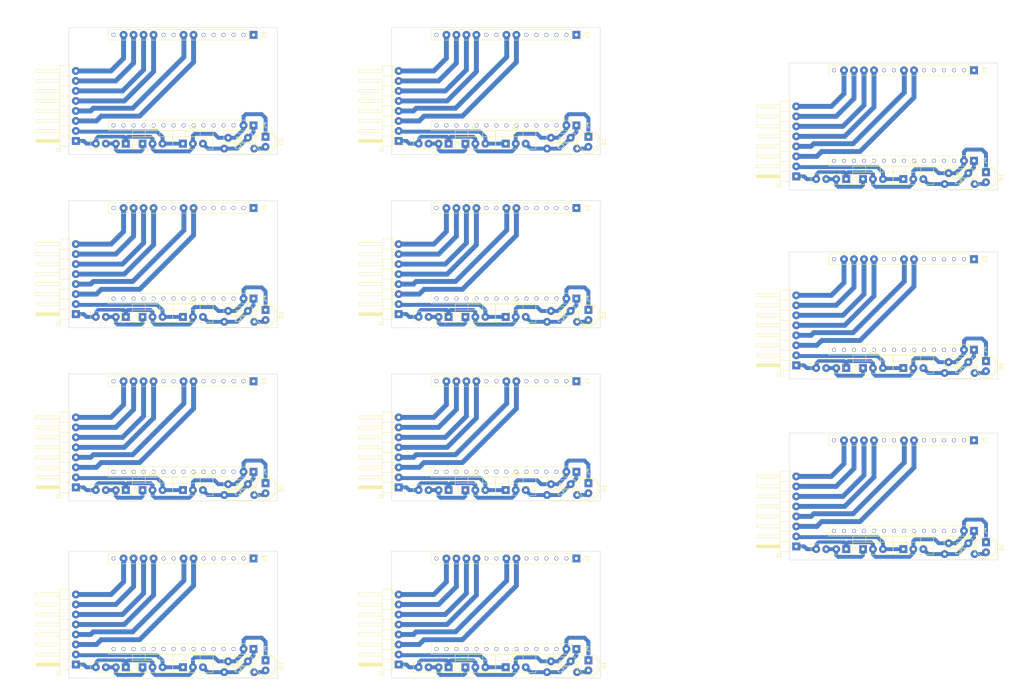
<source format=kicad_pcb>
(kicad_pcb (version 20171130) (host pcbnew 5.1.5+dfsg1-2build2)
  (title_block (title pswclsx6-socket-controller) (date 2022-04-19) (rev 1) (comment 1 "Tec. Henrique Silva"))
  (layers (0 F.Cu signal) (31 B.Cu signal) (34 B.Paste user) (35 F.Paste user) (36 B.SilkS user) (37 F.SilkS user) (38 B.Mask user) (39 F.Mask user) (44 Edge.Cuts user))
  (net 0 "")
  (module Resistor_THT:R_Axial_DIN0207_L6.3mm_D2.5mm_P7.62mm_Horizontal (layer F.Cu) (at 73.5 99.5)
    (fp_text reference R1 (at 3.81 -2.37) (layer F.SilkS))
    (fp_text value R)
    (pad 2 thru_hole oval (at 7.62 0) (size 2 2) (drill 0.8) (layers *.Cu *.Mask))
    (pad 1 thru_hole circle (at 0 0) (size 2 2) (drill 0.8) (layers *.Cu *.Mask))
  )
  (module Connector_PinSocket_2.54mm:PinSocket_1x04_P2.54mm_Vertical (layer F.Cu) (at 48.5 98.25 270)
    (fp_text reference J2 (at 0 -2.77 90) (layer F.SilkS))
    (fp_text value PWR-12VA)
    (pad 4 thru_hole oval (at 0 7.62 270) (size 2 2) (drill 0.8) (layers *.Cu *.Mask))
    (pad 3 thru_hole oval (at 0 5.08 270) (size 2 2) (drill 0.8) (layers *.Cu *.Mask))
    (pad 2 thru_hole oval (at 0 2.54 270) (size 2 2) (drill 0.8) (layers *.Cu *.Mask))
    (pad 1 thru_hole rect (at 0 0 270) (size 2 2) (drill 0.8) (layers *.Cu *.Mask))
  )
  (module Package_TO_SOT_THT:TO-220-3_Vertical (layer F.Cu) (at 63 54.25)
    (fp_text reference U2 (at 2.54 -4.27) (layer F.SilkS))
    (fp_text value LM7805_TO220)
    (pad 3 thru_hole oval (at 5.08 0) (size 2 2) (drill 0.8) (layers *.Cu *.Mask))
    (pad 2 thru_hole oval (at 2.54 0) (size 2 2) (drill 0.8) (layers *.Cu *.Mask))
    (pad 1 thru_hole rect (at 0 0) (size 2 2) (drill 0.8) (layers *.Cu *.Mask))
  )
  (module Package_TO_SOT_THT:TO-220-3_Vertical (layer F.Cu) (at 63 98.25)
    (fp_text reference U2 (at 2.54 -4.27) (layer F.SilkS))
    (fp_text value LM7805_TO220)
    (pad 3 thru_hole oval (at 5.08 0) (size 2 2) (drill 0.8) (layers *.Cu *.Mask))
    (pad 2 thru_hole oval (at 2.54 0) (size 2 2) (drill 0.8) (layers *.Cu *.Mask))
    (pad 1 thru_hole rect (at 0 0) (size 2 2) (drill 0.8) (layers *.Cu *.Mask))
  )
  (module Connector_PinSocket_2.54mm:PinSocket_1x15_P2.54mm_Vertical (layer F.Cu) (at 80.95 159.6 270)
    (fp_text reference J3 (at 0 -2.77 90) (layer F.SilkS))
    (fp_text value NODE-MCU-L)
    (pad 15 thru_hole oval (at 0 35.56 270) (size 1 1) (drill 0.8) (layers *.Cu *.Mask))
    (pad 14 thru_hole oval (at 0 33.02 270) (size 2 2) (drill 0.8) (layers *.Cu *.Mask))
    (pad 13 thru_hole oval (at 0 30.48 270) (size 2 2) (drill 0.8) (layers *.Cu *.Mask))
    (pad 12 thru_hole oval (at 0 27.94 270) (size 2 2) (drill 0.8) (layers *.Cu *.Mask))
    (pad 11 thru_hole oval (at 0 25.4 270) (size 2 2) (drill 0.8) (layers *.Cu *.Mask))
    (pad 10 thru_hole oval (at 0 22.86 270) (size 1 1) (drill 0.8) (layers *.Cu *.Mask))
    (pad 9 thru_hole oval (at 0 20.32 270) (size 1 1) (drill 0.8) (layers *.Cu *.Mask))
    (pad 8 thru_hole oval (at 0 17.78 270) (size 2 2) (drill 0.8) (layers *.Cu *.Mask))
    (pad 7 thru_hole oval (at 0 15.24 270) (size 2 2) (drill 0.8) (layers *.Cu *.Mask))
    (pad 6 thru_hole oval (at 0 12.7 270) (size 1 1) (drill 0.8) (layers *.Cu *.Mask))
    (pad 5 thru_hole oval (at 0 10.16 270) (size 1 1) (drill 0.8) (layers *.Cu *.Mask))
    (pad 4 thru_hole oval (at 0 7.62 270) (size 1 1) (drill 0.8) (layers *.Cu *.Mask))
    (pad 3 thru_hole oval (at 0 5.08 270) (size 1 1) (drill 0.8) (layers *.Cu *.Mask))
    (pad 2 thru_hole oval (at 0 2.54 270) (size 1 1) (drill 0.8) (layers *.Cu *.Mask))
    (pad 1 thru_hole rect (at 0 0 270) (size 2 2) (drill 0.8) (layers *.Cu *.Mask))
  )
  (module Package_TO_SOT_THT:TO-220-3_Vertical (layer F.Cu) (at 63 142.25)
    (fp_text reference U2 (at 2.54 -4.27) (layer F.SilkS))
    (fp_text value LM7805_TO220)
    (pad 3 thru_hole oval (at 5.08 0) (size 2 2) (drill 0.8) (layers *.Cu *.Mask))
    (pad 2 thru_hole oval (at 2.54 0) (size 2 2) (drill 0.8) (layers *.Cu *.Mask))
    (pad 1 thru_hole rect (at 0 0) (size 2 2) (drill 0.8) (layers *.Cu *.Mask))
  )
  (module Connector_PinHeader_2.54mm:PinHeader_1x08_P2.54mm_Horizontal (layer F.Cu) (at 35.8 186.55 180)
    (fp_text reference J1 (at 4.385 -2.27) (layer F.SilkS))
    (fp_text value pswcls-master)
    (pad 8 thru_hole oval (at 0 17.78 180) (size 2 2) (drill 0.8) (layers *.Cu *.Mask))
    (pad 7 thru_hole oval (at 0 15.24 180) (size 2 2) (drill 0.8) (layers *.Cu *.Mask))
    (pad 6 thru_hole oval (at 0 12.7 180) (size 2 2) (drill 0.8) (layers *.Cu *.Mask))
    (pad 5 thru_hole oval (at 0 10.16 180) (size 2 2) (drill 0.8) (layers *.Cu *.Mask))
    (pad 4 thru_hole oval (at 0 7.62 180) (size 2 2) (drill 0.8) (layers *.Cu *.Mask))
    (pad 3 thru_hole oval (at 0 5.08 180) (size 2 2) (drill 0.8) (layers *.Cu *.Mask))
    (pad 2 thru_hole oval (at 0 2.54 180) (size 2 2) (drill 0.8) (layers *.Cu *.Mask))
    (pad 1 thru_hole rect (at 0 0 180) (size 2 2) (drill 0.8) (layers *.Cu *.Mask))
  )
  (module Package_TO_SOT_THT:TO-220-3_Vertical (layer F.Cu) (at 52.75 187.25)
    (fp_text reference U1 (at 2.54 -4.27) (layer F.SilkS))
    (fp_text value LM7812_TO220)
    (pad 3 thru_hole oval (at 5.08 0) (size 2 2) (drill 0.8) (layers *.Cu *.Mask))
    (pad 2 thru_hole oval (at 2.54 0) (size 2 2) (drill 0.8) (layers *.Cu *.Mask))
    (pad 1 thru_hole rect (at 0 0) (size 2 2) (drill 0.8) (layers *.Cu *.Mask))
  )
  (module Capacitor_THT:C_Rect_L7.0mm_W2.0mm_P5.00mm (layer F.Cu) (at 79.5 185.75 180)
    (fp_text reference C2 (at 2.5 -2.25) (layer F.SilkS))
    (fp_text value 100nF)
    (pad 2 thru_hole circle (at 5 0 180) (size 2 2) (drill 0.8) (layers *.Cu *.Mask))
    (pad 1 thru_hole circle (at 0 0 180) (size 2 2) (drill 0.8) (layers *.Cu *.Mask))
  )
  (module Resistor_THT:R_Axial_DIN0207_L6.3mm_D2.5mm_P7.62mm_Horizontal (layer F.Cu) (at 73.5 143.5)
    (fp_text reference R1 (at 3.81 -2.37) (layer F.SilkS))
    (fp_text value R)
    (pad 2 thru_hole oval (at 7.62 0) (size 2 2) (drill 0.8) (layers *.Cu *.Mask))
    (pad 1 thru_hole circle (at 0 0) (size 2 2) (drill 0.8) (layers *.Cu *.Mask))
  )
  (module Connector_PinSocket_2.54mm:PinSocket_1x04_P2.54mm_Vertical (layer F.Cu) (at 48.5 54.25 270)
    (fp_text reference J2 (at 0 -2.77 90) (layer F.SilkS))
    (fp_text value PWR-12VA)
    (pad 4 thru_hole oval (at 0 7.62 270) (size 2 2) (drill 0.8) (layers *.Cu *.Mask))
    (pad 3 thru_hole oval (at 0 5.08 270) (size 2 2) (drill 0.8) (layers *.Cu *.Mask))
    (pad 2 thru_hole oval (at 0 2.54 270) (size 2 2) (drill 0.8) (layers *.Cu *.Mask))
    (pad 1 thru_hole rect (at 0 0 270) (size 2 2) (drill 0.8) (layers *.Cu *.Mask))
  )
  (module Connector_PinSocket_2.54mm:PinSocket_1x15_P2.54mm_Vertical (layer F.Cu) (at 80.95 70.6 270)
    (fp_text reference J3 (at 0 -2.77 90) (layer F.SilkS))
    (fp_text value NODE-MCU-L)
    (pad 15 thru_hole oval (at 0 35.56 270) (size 1 1) (drill 0.8) (layers *.Cu *.Mask))
    (pad 14 thru_hole oval (at 0 33.02 270) (size 2 2) (drill 0.8) (layers *.Cu *.Mask))
    (pad 13 thru_hole oval (at 0 30.48 270) (size 2 2) (drill 0.8) (layers *.Cu *.Mask))
    (pad 12 thru_hole oval (at 0 27.94 270) (size 2 2) (drill 0.8) (layers *.Cu *.Mask))
    (pad 11 thru_hole oval (at 0 25.4 270) (size 2 2) (drill 0.8) (layers *.Cu *.Mask))
    (pad 10 thru_hole oval (at 0 22.86 270) (size 1 1) (drill 0.8) (layers *.Cu *.Mask))
    (pad 9 thru_hole oval (at 0 20.32 270) (size 1 1) (drill 0.8) (layers *.Cu *.Mask))
    (pad 8 thru_hole oval (at 0 17.78 270) (size 2 2) (drill 0.8) (layers *.Cu *.Mask))
    (pad 7 thru_hole oval (at 0 15.24 270) (size 2 2) (drill 0.8) (layers *.Cu *.Mask))
    (pad 6 thru_hole oval (at 0 12.7 270) (size 1 1) (drill 0.8) (layers *.Cu *.Mask))
    (pad 5 thru_hole oval (at 0 10.16 270) (size 1 1) (drill 0.8) (layers *.Cu *.Mask))
    (pad 4 thru_hole oval (at 0 7.62 270) (size 1 1) (drill 0.8) (layers *.Cu *.Mask))
    (pad 3 thru_hole oval (at 0 5.08 270) (size 1 1) (drill 0.8) (layers *.Cu *.Mask))
    (pad 2 thru_hole oval (at 0 2.54 270) (size 1 1) (drill 0.8) (layers *.Cu *.Mask))
    (pad 1 thru_hole rect (at 0 0 270) (size 2 2) (drill 0.8) (layers *.Cu *.Mask))
  )
  (module Connector_PinHeader_2.54mm:PinHeader_1x08_P2.54mm_Horizontal (layer F.Cu) (at 35.8 97.55 180)
    (fp_text reference J1 (at 4.385 -2.27) (layer F.SilkS))
    (fp_text value pswcls-master)
    (pad 8 thru_hole oval (at 0 17.78 180) (size 2 2) (drill 0.8) (layers *.Cu *.Mask))
    (pad 7 thru_hole oval (at 0 15.24 180) (size 2 2) (drill 0.8) (layers *.Cu *.Mask))
    (pad 6 thru_hole oval (at 0 12.7 180) (size 2 2) (drill 0.8) (layers *.Cu *.Mask))
    (pad 5 thru_hole oval (at 0 10.16 180) (size 2 2) (drill 0.8) (layers *.Cu *.Mask))
    (pad 4 thru_hole oval (at 0 7.62 180) (size 2 2) (drill 0.8) (layers *.Cu *.Mask))
    (pad 3 thru_hole oval (at 0 5.08 180) (size 2 2) (drill 0.8) (layers *.Cu *.Mask))
    (pad 2 thru_hole oval (at 0 2.54 180) (size 2 2) (drill 0.8) (layers *.Cu *.Mask))
    (pad 1 thru_hole rect (at 0 0 180) (size 2 2) (drill 0.8) (layers *.Cu *.Mask))
  )
  (module Package_TO_SOT_THT:TO-220-3_Vertical (layer F.Cu) (at 52.75 98.25)
    (fp_text reference U1 (at 2.54 -4.27) (layer F.SilkS))
    (fp_text value LM7812_TO220)
    (pad 3 thru_hole oval (at 5.08 0) (size 2 2) (drill 0.8) (layers *.Cu *.Mask))
    (pad 2 thru_hole oval (at 2.54 0) (size 2 2) (drill 0.8) (layers *.Cu *.Mask))
    (pad 1 thru_hole rect (at 0 0) (size 2 2) (drill 0.8) (layers *.Cu *.Mask))
  )
  (module Capacitor_THT:C_Rect_L7.0mm_W2.0mm_P5.00mm (layer F.Cu) (at 79.5 96.75 180)
    (fp_text reference C2 (at 2.5 -2.25) (layer F.SilkS))
    (fp_text value 100nF)
    (pad 2 thru_hole circle (at 5 0 180) (size 2 2) (drill 0.8) (layers *.Cu *.Mask))
    (pad 1 thru_hole circle (at 0 0 180) (size 2 2) (drill 0.8) (layers *.Cu *.Mask))
  )
  (module Connector_PinSocket_2.54mm:PinSocket_1x15_P2.54mm_Vertical (layer F.Cu) (at 80.95 93.6 270)
    (fp_text reference J4 (at 0 -2.77 90) (layer F.SilkS))
    (fp_text value NODE-MCU-R)
    (pad 15 thru_hole oval (at 0 35.56 270) (size 1 1) (drill 0.8) (layers *.Cu *.Mask))
    (pad 14 thru_hole oval (at 0 33.02 270) (size 1 1) (drill 0.8) (layers *.Cu *.Mask))
    (pad 13 thru_hole oval (at 0 30.48 270) (size 1 1) (drill 0.8) (layers *.Cu *.Mask))
    (pad 12 thru_hole oval (at 0 27.94 270) (size 1 1) (drill 0.8) (layers *.Cu *.Mask))
    (pad 11 thru_hole oval (at 0 25.4 270) (size 1 1) (drill 0.8) (layers *.Cu *.Mask))
    (pad 10 thru_hole oval (at 0 22.86 270) (size 1 1) (drill 0.8) (layers *.Cu *.Mask))
    (pad 9 thru_hole oval (at 0 20.32 270) (size 1 1) (drill 0.8) (layers *.Cu *.Mask))
    (pad 8 thru_hole oval (at 0 17.78 270) (size 1 1) (drill 0.8) (layers *.Cu *.Mask))
    (pad 7 thru_hole oval (at 0 15.24 270) (size 1 1) (drill 0.8) (layers *.Cu *.Mask))
    (pad 6 thru_hole oval (at 0 12.7 270) (size 1 1) (drill 0.8) (layers *.Cu *.Mask))
    (pad 5 thru_hole oval (at 0 10.16 270) (size 1 1) (drill 0.8) (layers *.Cu *.Mask))
    (pad 4 thru_hole oval (at 0 7.62 270) (size 1 1) (drill 0.8) (layers *.Cu *.Mask))
    (pad 3 thru_hole oval (at 0 5.08 270) (size 1 1) (drill 0.8) (layers *.Cu *.Mask))
    (pad 2 thru_hole oval (at 0 2.54 270) (size 2 2) (drill 0.8) (layers *.Cu *.Mask))
    (pad 1 thru_hole rect (at 0 0 270) (size 2 2) (drill 0.8) (layers *.Cu *.Mask))
  )
  (module Resistor_THT:R_Axial_DIN0207_L6.3mm_D2.5mm_P7.62mm_Horizontal (layer F.Cu) (at 73.5 55.5)
    (fp_text reference R1 (at 3.81 -2.37) (layer F.SilkS))
    (fp_text value R)
    (pad 2 thru_hole oval (at 7.62 0) (size 2 2) (drill 0.8) (layers *.Cu *.Mask))
    (pad 1 thru_hole circle (at 0 0) (size 2 2) (drill 0.8) (layers *.Cu *.Mask))
  )
  (module Connector_PinSocket_2.54mm:PinSocket_1x15_P2.54mm_Vertical (layer F.Cu) (at 80.95 114.6 270)
    (fp_text reference J3 (at 0 -2.77 90) (layer F.SilkS))
    (fp_text value NODE-MCU-L)
    (pad 15 thru_hole oval (at 0 35.56 270) (size 1 1) (drill 0.8) (layers *.Cu *.Mask))
    (pad 14 thru_hole oval (at 0 33.02 270) (size 2 2) (drill 0.8) (layers *.Cu *.Mask))
    (pad 13 thru_hole oval (at 0 30.48 270) (size 2 2) (drill 0.8) (layers *.Cu *.Mask))
    (pad 12 thru_hole oval (at 0 27.94 270) (size 2 2) (drill 0.8) (layers *.Cu *.Mask))
    (pad 11 thru_hole oval (at 0 25.4 270) (size 2 2) (drill 0.8) (layers *.Cu *.Mask))
    (pad 10 thru_hole oval (at 0 22.86 270) (size 1 1) (drill 0.8) (layers *.Cu *.Mask))
    (pad 9 thru_hole oval (at 0 20.32 270) (size 1 1) (drill 0.8) (layers *.Cu *.Mask))
    (pad 8 thru_hole oval (at 0 17.78 270) (size 2 2) (drill 0.8) (layers *.Cu *.Mask))
    (pad 7 thru_hole oval (at 0 15.24 270) (size 2 2) (drill 0.8) (layers *.Cu *.Mask))
    (pad 6 thru_hole oval (at 0 12.7 270) (size 1 1) (drill 0.8) (layers *.Cu *.Mask))
    (pad 5 thru_hole oval (at 0 10.16 270) (size 1 1) (drill 0.8) (layers *.Cu *.Mask))
    (pad 4 thru_hole oval (at 0 7.62 270) (size 1 1) (drill 0.8) (layers *.Cu *.Mask))
    (pad 3 thru_hole oval (at 0 5.08 270) (size 1 1) (drill 0.8) (layers *.Cu *.Mask))
    (pad 2 thru_hole oval (at 0 2.54 270) (size 1 1) (drill 0.8) (layers *.Cu *.Mask))
    (pad 1 thru_hole rect (at 0 0 270) (size 2 2) (drill 0.8) (layers *.Cu *.Mask))
  )
  (module Connector_PinHeader_2.54mm:PinHeader_1x08_P2.54mm_Horizontal (layer F.Cu) (at 35.8 141.55 180)
    (fp_text reference J1 (at 4.385 -2.27) (layer F.SilkS))
    (fp_text value pswcls-master)
    (pad 8 thru_hole oval (at 0 17.78 180) (size 2 2) (drill 0.8) (layers *.Cu *.Mask))
    (pad 7 thru_hole oval (at 0 15.24 180) (size 2 2) (drill 0.8) (layers *.Cu *.Mask))
    (pad 6 thru_hole oval (at 0 12.7 180) (size 2 2) (drill 0.8) (layers *.Cu *.Mask))
    (pad 5 thru_hole oval (at 0 10.16 180) (size 2 2) (drill 0.8) (layers *.Cu *.Mask))
    (pad 4 thru_hole oval (at 0 7.62 180) (size 2 2) (drill 0.8) (layers *.Cu *.Mask))
    (pad 3 thru_hole oval (at 0 5.08 180) (size 2 2) (drill 0.8) (layers *.Cu *.Mask))
    (pad 2 thru_hole oval (at 0 2.54 180) (size 2 2) (drill 0.8) (layers *.Cu *.Mask))
    (pad 1 thru_hole rect (at 0 0 180) (size 2 2) (drill 0.8) (layers *.Cu *.Mask))
  )
  (module Package_TO_SOT_THT:TO-220-3_Vertical (layer F.Cu) (at 52.75 142.25)
    (fp_text reference U1 (at 2.54 -4.27) (layer F.SilkS))
    (fp_text value LM7812_TO220)
    (pad 3 thru_hole oval (at 5.08 0) (size 2 2) (drill 0.8) (layers *.Cu *.Mask))
    (pad 2 thru_hole oval (at 2.54 0) (size 2 2) (drill 0.8) (layers *.Cu *.Mask))
    (pad 1 thru_hole rect (at 0 0) (size 2 2) (drill 0.8) (layers *.Cu *.Mask))
  )
  (module Capacitor_THT:C_Rect_L7.0mm_W2.0mm_P5.00mm (layer F.Cu) (at 79.5 140.75 180)
    (fp_text reference C2 (at 2.5 -2.25) (layer F.SilkS))
    (fp_text value 100nF)
    (pad 2 thru_hole circle (at 5 0 180) (size 2 2) (drill 0.8) (layers *.Cu *.Mask))
    (pad 1 thru_hole circle (at 0 0 180) (size 2 2) (drill 0.8) (layers *.Cu *.Mask))
  )
  (module Connector_PinSocket_2.54mm:PinSocket_1x15_P2.54mm_Vertical (layer F.Cu) (at 80.95 137.6 270)
    (fp_text reference J4 (at 0 -2.77 90) (layer F.SilkS))
    (fp_text value NODE-MCU-R)
    (pad 15 thru_hole oval (at 0 35.56 270) (size 1 1) (drill 0.8) (layers *.Cu *.Mask))
    (pad 14 thru_hole oval (at 0 33.02 270) (size 1 1) (drill 0.8) (layers *.Cu *.Mask))
    (pad 13 thru_hole oval (at 0 30.48 270) (size 1 1) (drill 0.8) (layers *.Cu *.Mask))
    (pad 12 thru_hole oval (at 0 27.94 270) (size 1 1) (drill 0.8) (layers *.Cu *.Mask))
    (pad 11 thru_hole oval (at 0 25.4 270) (size 1 1) (drill 0.8) (layers *.Cu *.Mask))
    (pad 10 thru_hole oval (at 0 22.86 270) (size 1 1) (drill 0.8) (layers *.Cu *.Mask))
    (pad 9 thru_hole oval (at 0 20.32 270) (size 1 1) (drill 0.8) (layers *.Cu *.Mask))
    (pad 8 thru_hole oval (at 0 17.78 270) (size 1 1) (drill 0.8) (layers *.Cu *.Mask))
    (pad 7 thru_hole oval (at 0 15.24 270) (size 1 1) (drill 0.8) (layers *.Cu *.Mask))
    (pad 6 thru_hole oval (at 0 12.7 270) (size 1 1) (drill 0.8) (layers *.Cu *.Mask))
    (pad 5 thru_hole oval (at 0 10.16 270) (size 1 1) (drill 0.8) (layers *.Cu *.Mask))
    (pad 4 thru_hole oval (at 0 7.62 270) (size 1 1) (drill 0.8) (layers *.Cu *.Mask))
    (pad 3 thru_hole oval (at 0 5.08 270) (size 1 1) (drill 0.8) (layers *.Cu *.Mask))
    (pad 2 thru_hole oval (at 0 2.54 270) (size 2 2) (drill 0.8) (layers *.Cu *.Mask))
    (pad 1 thru_hole rect (at 0 0 270) (size 2 2) (drill 0.8) (layers *.Cu *.Mask))
  )
  (module LED_THT:LED_D5.0mm (layer F.Cu) (at 84 140.5 270)
    (fp_text reference D1 (at 1.27 -3.96 90) (layer F.SilkS))
    (fp_text value LED)
    (pad 2 thru_hole circle (at 2.54 0 270) (size 2 2) (drill 0.8) (layers *.Cu *.Mask))
    (pad 1 thru_hole rect (at 0 0 270) (size 2 2) (drill 0.8) (layers *.Cu *.Mask))
  )
  (module Connector_PinSocket_2.54mm:PinSocket_1x04_P2.54mm_Vertical (layer F.Cu) (at 48.5 142.25 270)
    (fp_text reference J2 (at 0 -2.77 90) (layer F.SilkS))
    (fp_text value PWR-12VA)
    (pad 4 thru_hole oval (at 0 7.62 270) (size 2 2) (drill 0.8) (layers *.Cu *.Mask))
    (pad 3 thru_hole oval (at 0 5.08 270) (size 2 2) (drill 0.8) (layers *.Cu *.Mask))
    (pad 2 thru_hole oval (at 0 2.54 270) (size 2 2) (drill 0.8) (layers *.Cu *.Mask))
    (pad 1 thru_hole rect (at 0 0 270) (size 2 2) (drill 0.8) (layers *.Cu *.Mask))
  )
  (module LED_THT:LED_D5.0mm (layer F.Cu) (at 84 96.5 270)
    (fp_text reference D1 (at 1.27 -3.96 90) (layer F.SilkS))
    (fp_text value LED)
    (pad 2 thru_hole circle (at 2.54 0 270) (size 2 2) (drill 0.8) (layers *.Cu *.Mask))
    (pad 1 thru_hole rect (at 0 0 270) (size 2 2) (drill 0.8) (layers *.Cu *.Mask))
  )
  (module LED_THT:LED_D5.0mm (layer F.Cu) (at 84 185.5 270)
    (fp_text reference D1 (at 1.27 -3.96 90) (layer F.SilkS))
    (fp_text value LED)
    (pad 2 thru_hole circle (at 2.54 0 270) (size 2 2) (drill 0.8) (layers *.Cu *.Mask))
    (pad 1 thru_hole rect (at 0 0 270) (size 2 2) (drill 0.8) (layers *.Cu *.Mask))
  )
  (module Resistor_THT:R_Axial_DIN0207_L6.3mm_D2.5mm_P7.62mm_Horizontal (layer F.Cu) (at 73.5 188.5)
    (fp_text reference R1 (at 3.81 -2.37) (layer F.SilkS))
    (fp_text value R)
    (pad 2 thru_hole oval (at 7.62 0) (size 2 2) (drill 0.8) (layers *.Cu *.Mask))
    (pad 1 thru_hole circle (at 0 0) (size 2 2) (drill 0.8) (layers *.Cu *.Mask))
  )
  (module Connector_PinSocket_2.54mm:PinSocket_1x15_P2.54mm_Vertical (layer F.Cu) (at 80.95 182.6 270)
    (fp_text reference J4 (at 0 -2.77 90) (layer F.SilkS))
    (fp_text value NODE-MCU-R)
    (pad 15 thru_hole oval (at 0 35.56 270) (size 1 1) (drill 0.8) (layers *.Cu *.Mask))
    (pad 14 thru_hole oval (at 0 33.02 270) (size 1 1) (drill 0.8) (layers *.Cu *.Mask))
    (pad 13 thru_hole oval (at 0 30.48 270) (size 1 1) (drill 0.8) (layers *.Cu *.Mask))
    (pad 12 thru_hole oval (at 0 27.94 270) (size 1 1) (drill 0.8) (layers *.Cu *.Mask))
    (pad 11 thru_hole oval (at 0 25.4 270) (size 1 1) (drill 0.8) (layers *.Cu *.Mask))
    (pad 10 thru_hole oval (at 0 22.86 270) (size 1 1) (drill 0.8) (layers *.Cu *.Mask))
    (pad 9 thru_hole oval (at 0 20.32 270) (size 1 1) (drill 0.8) (layers *.Cu *.Mask))
    (pad 8 thru_hole oval (at 0 17.78 270) (size 1 1) (drill 0.8) (layers *.Cu *.Mask))
    (pad 7 thru_hole oval (at 0 15.24 270) (size 1 1) (drill 0.8) (layers *.Cu *.Mask))
    (pad 6 thru_hole oval (at 0 12.7 270) (size 1 1) (drill 0.8) (layers *.Cu *.Mask))
    (pad 5 thru_hole oval (at 0 10.16 270) (size 1 1) (drill 0.8) (layers *.Cu *.Mask))
    (pad 4 thru_hole oval (at 0 7.62 270) (size 1 1) (drill 0.8) (layers *.Cu *.Mask))
    (pad 3 thru_hole oval (at 0 5.08 270) (size 1 1) (drill 0.8) (layers *.Cu *.Mask))
    (pad 2 thru_hole oval (at 0 2.54 270) (size 2 2) (drill 0.8) (layers *.Cu *.Mask))
    (pad 1 thru_hole rect (at 0 0 270) (size 2 2) (drill 0.8) (layers *.Cu *.Mask))
  )
  (module Package_TO_SOT_THT:TO-220-3_Vertical (layer F.Cu) (at 63 187.25)
    (fp_text reference U2 (at 2.54 -4.27) (layer F.SilkS))
    (fp_text value LM7805_TO220)
    (pad 3 thru_hole oval (at 5.08 0) (size 2 2) (drill 0.8) (layers *.Cu *.Mask))
    (pad 2 thru_hole oval (at 2.54 0) (size 2 2) (drill 0.8) (layers *.Cu *.Mask))
    (pad 1 thru_hole rect (at 0 0) (size 2 2) (drill 0.8) (layers *.Cu *.Mask))
  )
  (module Connector_PinSocket_2.54mm:PinSocket_1x04_P2.54mm_Vertical (layer F.Cu) (at 48.5 187.25 270)
    (fp_text reference J2 (at 0 -2.77 90) (layer F.SilkS))
    (fp_text value PWR-12VA)
    (pad 4 thru_hole oval (at 0 7.62 270) (size 2 2) (drill 0.8) (layers *.Cu *.Mask))
    (pad 3 thru_hole oval (at 0 5.08 270) (size 2 2) (drill 0.8) (layers *.Cu *.Mask))
    (pad 2 thru_hole oval (at 0 2.54 270) (size 2 2) (drill 0.8) (layers *.Cu *.Mask))
    (pad 1 thru_hole rect (at 0 0 270) (size 2 2) (drill 0.8) (layers *.Cu *.Mask))
  )
  (module Connector_PinSocket_2.54mm:PinSocket_1x15_P2.54mm_Vertical (layer F.Cu) (at 80.95 26.6 270)
    (fp_text reference J3 (at 0 -2.77 90) (layer F.SilkS))
    (fp_text value NODE-MCU-L)
    (pad 15 thru_hole oval (at 0 35.56 270) (size 1 1) (drill 0.8) (layers *.Cu *.Mask))
    (pad 14 thru_hole oval (at 0 33.02 270) (size 2 2) (drill 0.8) (layers *.Cu *.Mask))
    (pad 13 thru_hole oval (at 0 30.48 270) (size 2 2) (drill 0.8) (layers *.Cu *.Mask))
    (pad 12 thru_hole oval (at 0 27.94 270) (size 2 2) (drill 0.8) (layers *.Cu *.Mask))
    (pad 11 thru_hole oval (at 0 25.4 270) (size 2 2) (drill 0.8) (layers *.Cu *.Mask))
    (pad 10 thru_hole oval (at 0 22.86 270) (size 1 1) (drill 0.8) (layers *.Cu *.Mask))
    (pad 9 thru_hole oval (at 0 20.32 270) (size 1 1) (drill 0.8) (layers *.Cu *.Mask))
    (pad 8 thru_hole oval (at 0 17.78 270) (size 2 2) (drill 0.8) (layers *.Cu *.Mask))
    (pad 7 thru_hole oval (at 0 15.24 270) (size 2 2) (drill 0.8) (layers *.Cu *.Mask))
    (pad 6 thru_hole oval (at 0 12.7 270) (size 1 1) (drill 0.8) (layers *.Cu *.Mask))
    (pad 5 thru_hole oval (at 0 10.16 270) (size 1 1) (drill 0.8) (layers *.Cu *.Mask))
    (pad 4 thru_hole oval (at 0 7.62 270) (size 1 1) (drill 0.8) (layers *.Cu *.Mask))
    (pad 3 thru_hole oval (at 0 5.08 270) (size 1 1) (drill 0.8) (layers *.Cu *.Mask))
    (pad 2 thru_hole oval (at 0 2.54 270) (size 1 1) (drill 0.8) (layers *.Cu *.Mask))
    (pad 1 thru_hole rect (at 0 0 270) (size 2 2) (drill 0.8) (layers *.Cu *.Mask))
  )
  (module Connector_PinHeader_2.54mm:PinHeader_1x08_P2.54mm_Horizontal (layer F.Cu) (at 35.8 53.55 180)
    (fp_text reference J1 (at 4.385 -2.27) (layer F.SilkS))
    (fp_text value pswcls-master)
    (pad 8 thru_hole oval (at 0 17.78 180) (size 2 2) (drill 0.8) (layers *.Cu *.Mask))
    (pad 7 thru_hole oval (at 0 15.24 180) (size 2 2) (drill 0.8) (layers *.Cu *.Mask))
    (pad 6 thru_hole oval (at 0 12.7 180) (size 2 2) (drill 0.8) (layers *.Cu *.Mask))
    (pad 5 thru_hole oval (at 0 10.16 180) (size 2 2) (drill 0.8) (layers *.Cu *.Mask))
    (pad 4 thru_hole oval (at 0 7.62 180) (size 2 2) (drill 0.8) (layers *.Cu *.Mask))
    (pad 3 thru_hole oval (at 0 5.08 180) (size 2 2) (drill 0.8) (layers *.Cu *.Mask))
    (pad 2 thru_hole oval (at 0 2.54 180) (size 2 2) (drill 0.8) (layers *.Cu *.Mask))
    (pad 1 thru_hole rect (at 0 0 180) (size 2 2) (drill 0.8) (layers *.Cu *.Mask))
  )
  (module Package_TO_SOT_THT:TO-220-3_Vertical (layer F.Cu) (at 52.75 54.25)
    (fp_text reference U1 (at 2.54 -4.27) (layer F.SilkS))
    (fp_text value LM7812_TO220)
    (pad 3 thru_hole oval (at 5.08 0) (size 2 2) (drill 0.8) (layers *.Cu *.Mask))
    (pad 2 thru_hole oval (at 2.54 0) (size 2 2) (drill 0.8) (layers *.Cu *.Mask))
    (pad 1 thru_hole rect (at 0 0) (size 2 2) (drill 0.8) (layers *.Cu *.Mask))
  )
  (module Capacitor_THT:C_Rect_L7.0mm_W2.0mm_P5.00mm (layer F.Cu) (at 79.5 52.75 180)
    (fp_text reference C2 (at 2.5 -2.25) (layer F.SilkS))
    (fp_text value 100nF)
    (pad 2 thru_hole circle (at 5 0 180) (size 2 2) (drill 0.8) (layers *.Cu *.Mask))
    (pad 1 thru_hole circle (at 0 0 180) (size 2 2) (drill 0.8) (layers *.Cu *.Mask))
  )
  (module Connector_PinSocket_2.54mm:PinSocket_1x15_P2.54mm_Vertical (layer F.Cu) (at 80.95 49.6 270)
    (fp_text reference J4 (at 0 -2.77 90) (layer F.SilkS))
    (fp_text value NODE-MCU-R)
    (pad 15 thru_hole oval (at 0 35.56 270) (size 1 1) (drill 0.8) (layers *.Cu *.Mask))
    (pad 14 thru_hole oval (at 0 33.02 270) (size 1 1) (drill 0.8) (layers *.Cu *.Mask))
    (pad 13 thru_hole oval (at 0 30.48 270) (size 1 1) (drill 0.8) (layers *.Cu *.Mask))
    (pad 12 thru_hole oval (at 0 27.94 270) (size 1 1) (drill 0.8) (layers *.Cu *.Mask))
    (pad 11 thru_hole oval (at 0 25.4 270) (size 1 1) (drill 0.8) (layers *.Cu *.Mask))
    (pad 10 thru_hole oval (at 0 22.86 270) (size 1 1) (drill 0.8) (layers *.Cu *.Mask))
    (pad 9 thru_hole oval (at 0 20.32 270) (size 1 1) (drill 0.8) (layers *.Cu *.Mask))
    (pad 8 thru_hole oval (at 0 17.78 270) (size 1 1) (drill 0.8) (layers *.Cu *.Mask))
    (pad 7 thru_hole oval (at 0 15.24 270) (size 1 1) (drill 0.8) (layers *.Cu *.Mask))
    (pad 6 thru_hole oval (at 0 12.7 270) (size 1 1) (drill 0.8) (layers *.Cu *.Mask))
    (pad 5 thru_hole oval (at 0 10.16 270) (size 1 1) (drill 0.8) (layers *.Cu *.Mask))
    (pad 4 thru_hole oval (at 0 7.62 270) (size 1 1) (drill 0.8) (layers *.Cu *.Mask))
    (pad 3 thru_hole oval (at 0 5.08 270) (size 1 1) (drill 0.8) (layers *.Cu *.Mask))
    (pad 2 thru_hole oval (at 0 2.54 270) (size 2 2) (drill 0.8) (layers *.Cu *.Mask))
    (pad 1 thru_hole rect (at 0 0 270) (size 2 2) (drill 0.8) (layers *.Cu *.Mask))
  )
  (module LED_THT:LED_D5.0mm (layer F.Cu) (at 84 52.5 270)
    (fp_text reference D1 (at 1.27 -3.96 90) (layer F.SilkS))
    (fp_text value LED)
    (pad 2 thru_hole circle (at 2.54 0 270) (size 2 2) (drill 0.8) (layers *.Cu *.Mask))
    (pad 1 thru_hole rect (at 0 0 270) (size 2 2) (drill 0.8) (layers *.Cu *.Mask))
  )
  (module Connector_PinSocket_2.54mm:PinSocket_1x15_P2.54mm_Vertical (layer F.Cu) (at 162.95 26.6 270)
    (fp_text reference J3 (at 0 -2.77 90) (layer F.SilkS))
    (fp_text value NODE-MCU-L)
    (pad 1 thru_hole rect (at 0 0 270) (size 2 2) (drill 0.8) (layers *.Cu *.Mask))
    (pad 2 thru_hole oval (at 0 2.54 270) (size 1 1) (drill 0.8) (layers *.Cu *.Mask))
    (pad 3 thru_hole oval (at 0 5.08 270) (size 1 1) (drill 0.8) (layers *.Cu *.Mask))
    (pad 4 thru_hole oval (at 0 7.62 270) (size 1 1) (drill 0.8) (layers *.Cu *.Mask))
    (pad 5 thru_hole oval (at 0 10.16 270) (size 1 1) (drill 0.8) (layers *.Cu *.Mask))
    (pad 6 thru_hole oval (at 0 12.7 270) (size 1 1) (drill 0.8) (layers *.Cu *.Mask))
    (pad 7 thru_hole oval (at 0 15.24 270) (size 2 2) (drill 0.8) (layers *.Cu *.Mask))
    (pad 8 thru_hole oval (at 0 17.78 270) (size 2 2) (drill 0.8) (layers *.Cu *.Mask))
    (pad 9 thru_hole oval (at 0 20.32 270) (size 1 1) (drill 0.8) (layers *.Cu *.Mask))
    (pad 10 thru_hole oval (at 0 22.86 270) (size 1 1) (drill 0.8) (layers *.Cu *.Mask))
    (pad 11 thru_hole oval (at 0 25.4 270) (size 2 2) (drill 0.8) (layers *.Cu *.Mask))
    (pad 12 thru_hole oval (at 0 27.94 270) (size 2 2) (drill 0.8) (layers *.Cu *.Mask))
    (pad 13 thru_hole oval (at 0 30.48 270) (size 2 2) (drill 0.8) (layers *.Cu *.Mask))
    (pad 14 thru_hole oval (at 0 33.02 270) (size 2 2) (drill 0.8) (layers *.Cu *.Mask))
    (pad 15 thru_hole oval (at 0 35.56 270) (size 1 1) (drill 0.8) (layers *.Cu *.Mask))
  )
  (module Connector_PinHeader_2.54mm:PinHeader_1x08_P2.54mm_Horizontal (layer F.Cu) (at 117.8 53.55 180)
    (fp_text reference J1 (at 4.385 -2.27) (layer F.SilkS))
    (fp_text value pswcls-master)
    (pad 1 thru_hole rect (at 0 0 180) (size 2 2) (drill 0.8) (layers *.Cu *.Mask))
    (pad 2 thru_hole oval (at 0 2.54 180) (size 2 2) (drill 0.8) (layers *.Cu *.Mask))
    (pad 3 thru_hole oval (at 0 5.08 180) (size 2 2) (drill 0.8) (layers *.Cu *.Mask))
    (pad 4 thru_hole oval (at 0 7.62 180) (size 2 2) (drill 0.8) (layers *.Cu *.Mask))
    (pad 5 thru_hole oval (at 0 10.16 180) (size 2 2) (drill 0.8) (layers *.Cu *.Mask))
    (pad 6 thru_hole oval (at 0 12.7 180) (size 2 2) (drill 0.8) (layers *.Cu *.Mask))
    (pad 7 thru_hole oval (at 0 15.24 180) (size 2 2) (drill 0.8) (layers *.Cu *.Mask))
    (pad 8 thru_hole oval (at 0 17.78 180) (size 2 2) (drill 0.8) (layers *.Cu *.Mask))
  )
  (module Package_TO_SOT_THT:TO-220-3_Vertical (layer F.Cu) (at 134.75 54.25)
    (fp_text reference U1 (at 2.54 -4.27) (layer F.SilkS))
    (fp_text value LM7812_TO220)
    (pad 1 thru_hole rect (at 0 0) (size 2 2) (drill 0.8) (layers *.Cu *.Mask))
    (pad 2 thru_hole oval (at 2.54 0) (size 2 2) (drill 0.8) (layers *.Cu *.Mask))
    (pad 3 thru_hole oval (at 5.08 0) (size 2 2) (drill 0.8) (layers *.Cu *.Mask))
  )
  (module Capacitor_THT:C_Rect_L7.0mm_W2.0mm_P5.00mm (layer F.Cu) (at 161.5 52.75 180)
    (fp_text reference C2 (at 2.5 -2.25) (layer F.SilkS))
    (fp_text value 100nF)
    (pad 1 thru_hole circle (at 0 0 180) (size 2 2) (drill 0.8) (layers *.Cu *.Mask))
    (pad 2 thru_hole circle (at 5 0 180) (size 2 2) (drill 0.8) (layers *.Cu *.Mask))
  )
  (module Connector_PinSocket_2.54mm:PinSocket_1x15_P2.54mm_Vertical (layer F.Cu) (at 162.95 49.6 270)
    (fp_text reference J4 (at 0 -2.77 90) (layer F.SilkS))
    (fp_text value NODE-MCU-R)
    (pad 1 thru_hole rect (at 0 0 270) (size 2 2) (drill 0.8) (layers *.Cu *.Mask))
    (pad 2 thru_hole oval (at 0 2.54 270) (size 2 2) (drill 0.8) (layers *.Cu *.Mask))
    (pad 3 thru_hole oval (at 0 5.08 270) (size 1 1) (drill 0.8) (layers *.Cu *.Mask))
    (pad 4 thru_hole oval (at 0 7.62 270) (size 1 1) (drill 0.8) (layers *.Cu *.Mask))
    (pad 5 thru_hole oval (at 0 10.16 270) (size 1 1) (drill 0.8) (layers *.Cu *.Mask))
    (pad 6 thru_hole oval (at 0 12.7 270) (size 1 1) (drill 0.8) (layers *.Cu *.Mask))
    (pad 7 thru_hole oval (at 0 15.24 270) (size 1 1) (drill 0.8) (layers *.Cu *.Mask))
    (pad 8 thru_hole oval (at 0 17.78 270) (size 1 1) (drill 0.8) (layers *.Cu *.Mask))
    (pad 9 thru_hole oval (at 0 20.32 270) (size 1 1) (drill 0.8) (layers *.Cu *.Mask))
    (pad 10 thru_hole oval (at 0 22.86 270) (size 1 1) (drill 0.8) (layers *.Cu *.Mask))
    (pad 11 thru_hole oval (at 0 25.4 270) (size 1 1) (drill 0.8) (layers *.Cu *.Mask))
    (pad 12 thru_hole oval (at 0 27.94 270) (size 1 1) (drill 0.8) (layers *.Cu *.Mask))
    (pad 13 thru_hole oval (at 0 30.48 270) (size 1 1) (drill 0.8) (layers *.Cu *.Mask))
    (pad 14 thru_hole oval (at 0 33.02 270) (size 1 1) (drill 0.8) (layers *.Cu *.Mask))
    (pad 15 thru_hole oval (at 0 35.56 270) (size 1 1) (drill 0.8) (layers *.Cu *.Mask))
  )
  (module LED_THT:LED_D5.0mm (layer F.Cu) (at 166 52.5 270)
    (fp_text reference D1 (at 1.27 -3.96 90) (layer F.SilkS))
    (fp_text value LED)
    (pad 1 thru_hole rect (at 0 0 270) (size 2 2) (drill 0.8) (layers *.Cu *.Mask))
    (pad 2 thru_hole circle (at 2.54 0 270) (size 2 2) (drill 0.8) (layers *.Cu *.Mask))
  )
  (module Connector_PinSocket_2.54mm:PinSocket_1x04_P2.54mm_Vertical (layer F.Cu) (at 130.5 54.25 270)
    (fp_text reference J2 (at 0 -2.77 90) (layer F.SilkS))
    (fp_text value PWR-12VA)
    (pad 1 thru_hole rect (at 0 0 270) (size 2 2) (drill 0.8) (layers *.Cu *.Mask))
    (pad 2 thru_hole oval (at 0 2.54 270) (size 2 2) (drill 0.8) (layers *.Cu *.Mask))
    (pad 3 thru_hole oval (at 0 5.08 270) (size 2 2) (drill 0.8) (layers *.Cu *.Mask))
    (pad 4 thru_hole oval (at 0 7.62 270) (size 2 2) (drill 0.8) (layers *.Cu *.Mask))
  )
  (module Resistor_THT:R_Axial_DIN0207_L6.3mm_D2.5mm_P7.62mm_Horizontal (layer F.Cu) (at 155.5 55.5)
    (fp_text reference R1 (at 3.81 -2.37) (layer F.SilkS))
    (fp_text value R)
    (pad 1 thru_hole circle (at 0 0) (size 2 2) (drill 0.8) (layers *.Cu *.Mask))
    (pad 2 thru_hole oval (at 7.62 0) (size 2 2) (drill 0.8) (layers *.Cu *.Mask))
  )
  (module Package_TO_SOT_THT:TO-220-3_Vertical (layer F.Cu) (at 145 54.25)
    (fp_text reference U2 (at 2.54 -4.27) (layer F.SilkS))
    (fp_text value LM7805_TO220)
    (pad 1 thru_hole rect (at 0 0) (size 2 2) (drill 0.8) (layers *.Cu *.Mask))
    (pad 2 thru_hole oval (at 2.54 0) (size 2 2) (drill 0.8) (layers *.Cu *.Mask))
    (pad 3 thru_hole oval (at 5.08 0) (size 2 2) (drill 0.8) (layers *.Cu *.Mask))
  )
  (module Connector_PinSocket_2.54mm:PinSocket_1x15_P2.54mm_Vertical (layer F.Cu) (at 162.95 70.6 270)
    (fp_text reference J3 (at 0 -2.77 90) (layer F.SilkS))
    (fp_text value NODE-MCU-L)
    (pad 1 thru_hole rect (at 0 0 270) (size 2 2) (drill 0.8) (layers *.Cu *.Mask))
    (pad 2 thru_hole oval (at 0 2.54 270) (size 1 1) (drill 0.8) (layers *.Cu *.Mask))
    (pad 3 thru_hole oval (at 0 5.08 270) (size 1 1) (drill 0.8) (layers *.Cu *.Mask))
    (pad 4 thru_hole oval (at 0 7.62 270) (size 1 1) (drill 0.8) (layers *.Cu *.Mask))
    (pad 5 thru_hole oval (at 0 10.16 270) (size 1 1) (drill 0.8) (layers *.Cu *.Mask))
    (pad 6 thru_hole oval (at 0 12.7 270) (size 1 1) (drill 0.8) (layers *.Cu *.Mask))
    (pad 7 thru_hole oval (at 0 15.24 270) (size 2 2) (drill 0.8) (layers *.Cu *.Mask))
    (pad 8 thru_hole oval (at 0 17.78 270) (size 2 2) (drill 0.8) (layers *.Cu *.Mask))
    (pad 9 thru_hole oval (at 0 20.32 270) (size 1 1) (drill 0.8) (layers *.Cu *.Mask))
    (pad 10 thru_hole oval (at 0 22.86 270) (size 1 1) (drill 0.8) (layers *.Cu *.Mask))
    (pad 11 thru_hole oval (at 0 25.4 270) (size 2 2) (drill 0.8) (layers *.Cu *.Mask))
    (pad 12 thru_hole oval (at 0 27.94 270) (size 2 2) (drill 0.8) (layers *.Cu *.Mask))
    (pad 13 thru_hole oval (at 0 30.48 270) (size 2 2) (drill 0.8) (layers *.Cu *.Mask))
    (pad 14 thru_hole oval (at 0 33.02 270) (size 2 2) (drill 0.8) (layers *.Cu *.Mask))
    (pad 15 thru_hole oval (at 0 35.56 270) (size 1 1) (drill 0.8) (layers *.Cu *.Mask))
  )
  (module Connector_PinHeader_2.54mm:PinHeader_1x08_P2.54mm_Horizontal (layer F.Cu) (at 117.8 97.55 180)
    (fp_text reference J1 (at 4.385 -2.27) (layer F.SilkS))
    (fp_text value pswcls-master)
    (pad 1 thru_hole rect (at 0 0 180) (size 2 2) (drill 0.8) (layers *.Cu *.Mask))
    (pad 2 thru_hole oval (at 0 2.54 180) (size 2 2) (drill 0.8) (layers *.Cu *.Mask))
    (pad 3 thru_hole oval (at 0 5.08 180) (size 2 2) (drill 0.8) (layers *.Cu *.Mask))
    (pad 4 thru_hole oval (at 0 7.62 180) (size 2 2) (drill 0.8) (layers *.Cu *.Mask))
    (pad 5 thru_hole oval (at 0 10.16 180) (size 2 2) (drill 0.8) (layers *.Cu *.Mask))
    (pad 6 thru_hole oval (at 0 12.7 180) (size 2 2) (drill 0.8) (layers *.Cu *.Mask))
    (pad 7 thru_hole oval (at 0 15.24 180) (size 2 2) (drill 0.8) (layers *.Cu *.Mask))
    (pad 8 thru_hole oval (at 0 17.78 180) (size 2 2) (drill 0.8) (layers *.Cu *.Mask))
  )
  (module Package_TO_SOT_THT:TO-220-3_Vertical (layer F.Cu) (at 134.75 98.25)
    (fp_text reference U1 (at 2.54 -4.27) (layer F.SilkS))
    (fp_text value LM7812_TO220)
    (pad 1 thru_hole rect (at 0 0) (size 2 2) (drill 0.8) (layers *.Cu *.Mask))
    (pad 2 thru_hole oval (at 2.54 0) (size 2 2) (drill 0.8) (layers *.Cu *.Mask))
    (pad 3 thru_hole oval (at 5.08 0) (size 2 2) (drill 0.8) (layers *.Cu *.Mask))
  )
  (module Capacitor_THT:C_Rect_L7.0mm_W2.0mm_P5.00mm (layer F.Cu) (at 161.5 96.75 180)
    (fp_text reference C2 (at 2.5 -2.25) (layer F.SilkS))
    (fp_text value 100nF)
    (pad 1 thru_hole circle (at 0 0 180) (size 2 2) (drill 0.8) (layers *.Cu *.Mask))
    (pad 2 thru_hole circle (at 5 0 180) (size 2 2) (drill 0.8) (layers *.Cu *.Mask))
  )
  (module Connector_PinSocket_2.54mm:PinSocket_1x15_P2.54mm_Vertical (layer F.Cu) (at 162.95 93.6 270)
    (fp_text reference J4 (at 0 -2.77 90) (layer F.SilkS))
    (fp_text value NODE-MCU-R)
    (pad 1 thru_hole rect (at 0 0 270) (size 2 2) (drill 0.8) (layers *.Cu *.Mask))
    (pad 2 thru_hole oval (at 0 2.54 270) (size 2 2) (drill 0.8) (layers *.Cu *.Mask))
    (pad 3 thru_hole oval (at 0 5.08 270) (size 1 1) (drill 0.8) (layers *.Cu *.Mask))
    (pad 4 thru_hole oval (at 0 7.62 270) (size 1 1) (drill 0.8) (layers *.Cu *.Mask))
    (pad 5 thru_hole oval (at 0 10.16 270) (size 1 1) (drill 0.8) (layers *.Cu *.Mask))
    (pad 6 thru_hole oval (at 0 12.7 270) (size 1 1) (drill 0.8) (layers *.Cu *.Mask))
    (pad 7 thru_hole oval (at 0 15.24 270) (size 1 1) (drill 0.8) (layers *.Cu *.Mask))
    (pad 8 thru_hole oval (at 0 17.78 270) (size 1 1) (drill 0.8) (layers *.Cu *.Mask))
    (pad 9 thru_hole oval (at 0 20.32 270) (size 1 1) (drill 0.8) (layers *.Cu *.Mask))
    (pad 10 thru_hole oval (at 0 22.86 270) (size 1 1) (drill 0.8) (layers *.Cu *.Mask))
    (pad 11 thru_hole oval (at 0 25.4 270) (size 1 1) (drill 0.8) (layers *.Cu *.Mask))
    (pad 12 thru_hole oval (at 0 27.94 270) (size 1 1) (drill 0.8) (layers *.Cu *.Mask))
    (pad 13 thru_hole oval (at 0 30.48 270) (size 1 1) (drill 0.8) (layers *.Cu *.Mask))
    (pad 14 thru_hole oval (at 0 33.02 270) (size 1 1) (drill 0.8) (layers *.Cu *.Mask))
    (pad 15 thru_hole oval (at 0 35.56 270) (size 1 1) (drill 0.8) (layers *.Cu *.Mask))
  )
  (module LED_THT:LED_D5.0mm (layer F.Cu) (at 166 96.5 270)
    (fp_text reference D1 (at 1.27 -3.96 90) (layer F.SilkS))
    (fp_text value LED)
    (pad 1 thru_hole rect (at 0 0 270) (size 2 2) (drill 0.8) (layers *.Cu *.Mask))
    (pad 2 thru_hole circle (at 2.54 0 270) (size 2 2) (drill 0.8) (layers *.Cu *.Mask))
  )
  (module Connector_PinSocket_2.54mm:PinSocket_1x04_P2.54mm_Vertical (layer F.Cu) (at 130.5 98.25 270)
    (fp_text reference J2 (at 0 -2.77 90) (layer F.SilkS))
    (fp_text value PWR-12VA)
    (pad 1 thru_hole rect (at 0 0 270) (size 2 2) (drill 0.8) (layers *.Cu *.Mask))
    (pad 2 thru_hole oval (at 0 2.54 270) (size 2 2) (drill 0.8) (layers *.Cu *.Mask))
    (pad 3 thru_hole oval (at 0 5.08 270) (size 2 2) (drill 0.8) (layers *.Cu *.Mask))
    (pad 4 thru_hole oval (at 0 7.62 270) (size 2 2) (drill 0.8) (layers *.Cu *.Mask))
  )
  (module Resistor_THT:R_Axial_DIN0207_L6.3mm_D2.5mm_P7.62mm_Horizontal (layer F.Cu) (at 155.5 99.5)
    (fp_text reference R1 (at 3.81 -2.37) (layer F.SilkS))
    (fp_text value R)
    (pad 1 thru_hole circle (at 0 0) (size 2 2) (drill 0.8) (layers *.Cu *.Mask))
    (pad 2 thru_hole oval (at 7.62 0) (size 2 2) (drill 0.8) (layers *.Cu *.Mask))
  )
  (module Package_TO_SOT_THT:TO-220-3_Vertical (layer F.Cu) (at 145 98.25)
    (fp_text reference U2 (at 2.54 -4.27) (layer F.SilkS))
    (fp_text value LM7805_TO220)
    (pad 1 thru_hole rect (at 0 0) (size 2 2) (drill 0.8) (layers *.Cu *.Mask))
    (pad 2 thru_hole oval (at 2.54 0) (size 2 2) (drill 0.8) (layers *.Cu *.Mask))
    (pad 3 thru_hole oval (at 5.08 0) (size 2 2) (drill 0.8) (layers *.Cu *.Mask))
  )
  (module Connector_PinSocket_2.54mm:PinSocket_1x15_P2.54mm_Vertical (layer F.Cu) (at 162.95 114.6 270)
    (fp_text reference J3 (at 0 -2.77 90) (layer F.SilkS))
    (fp_text value NODE-MCU-L)
    (pad 1 thru_hole rect (at 0 0 270) (size 2 2) (drill 0.8) (layers *.Cu *.Mask))
    (pad 2 thru_hole oval (at 0 2.54 270) (size 1 1) (drill 0.8) (layers *.Cu *.Mask))
    (pad 3 thru_hole oval (at 0 5.08 270) (size 1 1) (drill 0.8) (layers *.Cu *.Mask))
    (pad 4 thru_hole oval (at 0 7.62 270) (size 1 1) (drill 0.8) (layers *.Cu *.Mask))
    (pad 5 thru_hole oval (at 0 10.16 270) (size 1 1) (drill 0.8) (layers *.Cu *.Mask))
    (pad 6 thru_hole oval (at 0 12.7 270) (size 1 1) (drill 0.8) (layers *.Cu *.Mask))
    (pad 7 thru_hole oval (at 0 15.24 270) (size 2 2) (drill 0.8) (layers *.Cu *.Mask))
    (pad 8 thru_hole oval (at 0 17.78 270) (size 2 2) (drill 0.8) (layers *.Cu *.Mask))
    (pad 9 thru_hole oval (at 0 20.32 270) (size 1 1) (drill 0.8) (layers *.Cu *.Mask))
    (pad 10 thru_hole oval (at 0 22.86 270) (size 1 1) (drill 0.8) (layers *.Cu *.Mask))
    (pad 11 thru_hole oval (at 0 25.4 270) (size 2 2) (drill 0.8) (layers *.Cu *.Mask))
    (pad 12 thru_hole oval (at 0 27.94 270) (size 2 2) (drill 0.8) (layers *.Cu *.Mask))
    (pad 13 thru_hole oval (at 0 30.48 270) (size 2 2) (drill 0.8) (layers *.Cu *.Mask))
    (pad 14 thru_hole oval (at 0 33.02 270) (size 2 2) (drill 0.8) (layers *.Cu *.Mask))
    (pad 15 thru_hole oval (at 0 35.56 270) (size 1 1) (drill 0.8) (layers *.Cu *.Mask))
  )
  (module Connector_PinHeader_2.54mm:PinHeader_1x08_P2.54mm_Horizontal (layer F.Cu) (at 117.8 141.55 180)
    (fp_text reference J1 (at 4.385 -2.27) (layer F.SilkS))
    (fp_text value pswcls-master)
    (pad 1 thru_hole rect (at 0 0 180) (size 2 2) (drill 0.8) (layers *.Cu *.Mask))
    (pad 2 thru_hole oval (at 0 2.54 180) (size 2 2) (drill 0.8) (layers *.Cu *.Mask))
    (pad 3 thru_hole oval (at 0 5.08 180) (size 2 2) (drill 0.8) (layers *.Cu *.Mask))
    (pad 4 thru_hole oval (at 0 7.62 180) (size 2 2) (drill 0.8) (layers *.Cu *.Mask))
    (pad 5 thru_hole oval (at 0 10.16 180) (size 2 2) (drill 0.8) (layers *.Cu *.Mask))
    (pad 6 thru_hole oval (at 0 12.7 180) (size 2 2) (drill 0.8) (layers *.Cu *.Mask))
    (pad 7 thru_hole oval (at 0 15.24 180) (size 2 2) (drill 0.8) (layers *.Cu *.Mask))
    (pad 8 thru_hole oval (at 0 17.78 180) (size 2 2) (drill 0.8) (layers *.Cu *.Mask))
  )
  (module Package_TO_SOT_THT:TO-220-3_Vertical (layer F.Cu) (at 134.75 142.25)
    (fp_text reference U1 (at 2.54 -4.27) (layer F.SilkS))
    (fp_text value LM7812_TO220)
    (pad 1 thru_hole rect (at 0 0) (size 2 2) (drill 0.8) (layers *.Cu *.Mask))
    (pad 2 thru_hole oval (at 2.54 0) (size 2 2) (drill 0.8) (layers *.Cu *.Mask))
    (pad 3 thru_hole oval (at 5.08 0) (size 2 2) (drill 0.8) (layers *.Cu *.Mask))
  )
  (module Capacitor_THT:C_Rect_L7.0mm_W2.0mm_P5.00mm (layer F.Cu) (at 161.5 140.75 180)
    (fp_text reference C2 (at 2.5 -2.25) (layer F.SilkS))
    (fp_text value 100nF)
    (pad 1 thru_hole circle (at 0 0 180) (size 2 2) (drill 0.8) (layers *.Cu *.Mask))
    (pad 2 thru_hole circle (at 5 0 180) (size 2 2) (drill 0.8) (layers *.Cu *.Mask))
  )
  (module Connector_PinSocket_2.54mm:PinSocket_1x15_P2.54mm_Vertical (layer F.Cu) (at 162.95 137.6 270)
    (fp_text reference J4 (at 0 -2.77 90) (layer F.SilkS))
    (fp_text value NODE-MCU-R)
    (pad 1 thru_hole rect (at 0 0 270) (size 2 2) (drill 0.8) (layers *.Cu *.Mask))
    (pad 2 thru_hole oval (at 0 2.54 270) (size 2 2) (drill 0.8) (layers *.Cu *.Mask))
    (pad 3 thru_hole oval (at 0 5.08 270) (size 1 1) (drill 0.8) (layers *.Cu *.Mask))
    (pad 4 thru_hole oval (at 0 7.62 270) (size 1 1) (drill 0.8) (layers *.Cu *.Mask))
    (pad 5 thru_hole oval (at 0 10.16 270) (size 1 1) (drill 0.8) (layers *.Cu *.Mask))
    (pad 6 thru_hole oval (at 0 12.7 270) (size 1 1) (drill 0.8) (layers *.Cu *.Mask))
    (pad 7 thru_hole oval (at 0 15.24 270) (size 1 1) (drill 0.8) (layers *.Cu *.Mask))
    (pad 8 thru_hole oval (at 0 17.78 270) (size 1 1) (drill 0.8) (layers *.Cu *.Mask))
    (pad 9 thru_hole oval (at 0 20.32 270) (size 1 1) (drill 0.8) (layers *.Cu *.Mask))
    (pad 10 thru_hole oval (at 0 22.86 270) (size 1 1) (drill 0.8) (layers *.Cu *.Mask))
    (pad 11 thru_hole oval (at 0 25.4 270) (size 1 1) (drill 0.8) (layers *.Cu *.Mask))
    (pad 12 thru_hole oval (at 0 27.94 270) (size 1 1) (drill 0.8) (layers *.Cu *.Mask))
    (pad 13 thru_hole oval (at 0 30.48 270) (size 1 1) (drill 0.8) (layers *.Cu *.Mask))
    (pad 14 thru_hole oval (at 0 33.02 270) (size 1 1) (drill 0.8) (layers *.Cu *.Mask))
    (pad 15 thru_hole oval (at 0 35.56 270) (size 1 1) (drill 0.8) (layers *.Cu *.Mask))
  )
  (module LED_THT:LED_D5.0mm (layer F.Cu) (at 166 140.5 270)
    (fp_text reference D1 (at 1.27 -3.96 90) (layer F.SilkS))
    (fp_text value LED)
    (pad 1 thru_hole rect (at 0 0 270) (size 2 2) (drill 0.8) (layers *.Cu *.Mask))
    (pad 2 thru_hole circle (at 2.54 0 270) (size 2 2) (drill 0.8) (layers *.Cu *.Mask))
  )
  (module Connector_PinSocket_2.54mm:PinSocket_1x04_P2.54mm_Vertical (layer F.Cu) (at 130.5 142.25 270)
    (fp_text reference J2 (at 0 -2.77 90) (layer F.SilkS))
    (fp_text value PWR-12VA)
    (pad 1 thru_hole rect (at 0 0 270) (size 2 2) (drill 0.8) (layers *.Cu *.Mask))
    (pad 2 thru_hole oval (at 0 2.54 270) (size 2 2) (drill 0.8) (layers *.Cu *.Mask))
    (pad 3 thru_hole oval (at 0 5.08 270) (size 2 2) (drill 0.8) (layers *.Cu *.Mask))
    (pad 4 thru_hole oval (at 0 7.62 270) (size 2 2) (drill 0.8) (layers *.Cu *.Mask))
  )
  (module Resistor_THT:R_Axial_DIN0207_L6.3mm_D2.5mm_P7.62mm_Horizontal (layer F.Cu) (at 155.5 143.5)
    (fp_text reference R1 (at 3.81 -2.37) (layer F.SilkS))
    (fp_text value R)
    (pad 1 thru_hole circle (at 0 0) (size 2 2) (drill 0.8) (layers *.Cu *.Mask))
    (pad 2 thru_hole oval (at 7.62 0) (size 2 2) (drill 0.8) (layers *.Cu *.Mask))
  )
  (module Package_TO_SOT_THT:TO-220-3_Vertical (layer F.Cu) (at 145 142.25)
    (fp_text reference U2 (at 2.54 -4.27) (layer F.SilkS))
    (fp_text value LM7805_TO220)
    (pad 1 thru_hole rect (at 0 0) (size 2 2) (drill 0.8) (layers *.Cu *.Mask))
    (pad 2 thru_hole oval (at 2.54 0) (size 2 2) (drill 0.8) (layers *.Cu *.Mask))
    (pad 3 thru_hole oval (at 5.08 0) (size 2 2) (drill 0.8) (layers *.Cu *.Mask))
  )
  (module Connector_PinSocket_2.54mm:PinSocket_1x15_P2.54mm_Vertical (layer F.Cu) (at 162.95 159.6 270)
    (fp_text reference J3 (at 0 -2.77 90) (layer F.SilkS))
    (fp_text value NODE-MCU-L)
    (pad 1 thru_hole rect (at 0 0 270) (size 2 2) (drill 0.8) (layers *.Cu *.Mask))
    (pad 2 thru_hole oval (at 0 2.54 270) (size 1 1) (drill 0.8) (layers *.Cu *.Mask))
    (pad 3 thru_hole oval (at 0 5.08 270) (size 1 1) (drill 0.8) (layers *.Cu *.Mask))
    (pad 4 thru_hole oval (at 0 7.62 270) (size 1 1) (drill 0.8) (layers *.Cu *.Mask))
    (pad 5 thru_hole oval (at 0 10.16 270) (size 1 1) (drill 0.8) (layers *.Cu *.Mask))
    (pad 6 thru_hole oval (at 0 12.7 270) (size 1 1) (drill 0.8) (layers *.Cu *.Mask))
    (pad 7 thru_hole oval (at 0 15.24 270) (size 2 2) (drill 0.8) (layers *.Cu *.Mask))
    (pad 8 thru_hole oval (at 0 17.78 270) (size 2 2) (drill 0.8) (layers *.Cu *.Mask))
    (pad 9 thru_hole oval (at 0 20.32 270) (size 1 1) (drill 0.8) (layers *.Cu *.Mask))
    (pad 10 thru_hole oval (at 0 22.86 270) (size 1 1) (drill 0.8) (layers *.Cu *.Mask))
    (pad 11 thru_hole oval (at 0 25.4 270) (size 2 2) (drill 0.8) (layers *.Cu *.Mask))
    (pad 12 thru_hole oval (at 0 27.94 270) (size 2 2) (drill 0.8) (layers *.Cu *.Mask))
    (pad 13 thru_hole oval (at 0 30.48 270) (size 2 2) (drill 0.8) (layers *.Cu *.Mask))
    (pad 14 thru_hole oval (at 0 33.02 270) (size 2 2) (drill 0.8) (layers *.Cu *.Mask))
    (pad 15 thru_hole oval (at 0 35.56 270) (size 1 1) (drill 0.8) (layers *.Cu *.Mask))
  )
  (module Connector_PinHeader_2.54mm:PinHeader_1x08_P2.54mm_Horizontal (layer F.Cu) (at 117.8 186.55 180)
    (fp_text reference J1 (at 4.385 -2.27) (layer F.SilkS))
    (fp_text value pswcls-master)
    (pad 1 thru_hole rect (at 0 0 180) (size 2 2) (drill 0.8) (layers *.Cu *.Mask))
    (pad 2 thru_hole oval (at 0 2.54 180) (size 2 2) (drill 0.8) (layers *.Cu *.Mask))
    (pad 3 thru_hole oval (at 0 5.08 180) (size 2 2) (drill 0.8) (layers *.Cu *.Mask))
    (pad 4 thru_hole oval (at 0 7.62 180) (size 2 2) (drill 0.8) (layers *.Cu *.Mask))
    (pad 5 thru_hole oval (at 0 10.16 180) (size 2 2) (drill 0.8) (layers *.Cu *.Mask))
    (pad 6 thru_hole oval (at 0 12.7 180) (size 2 2) (drill 0.8) (layers *.Cu *.Mask))
    (pad 7 thru_hole oval (at 0 15.24 180) (size 2 2) (drill 0.8) (layers *.Cu *.Mask))
    (pad 8 thru_hole oval (at 0 17.78 180) (size 2 2) (drill 0.8) (layers *.Cu *.Mask))
  )
  (module Package_TO_SOT_THT:TO-220-3_Vertical (layer F.Cu) (at 134.75 187.25)
    (fp_text reference U1 (at 2.54 -4.27) (layer F.SilkS))
    (fp_text value LM7812_TO220)
    (pad 1 thru_hole rect (at 0 0) (size 2 2) (drill 0.8) (layers *.Cu *.Mask))
    (pad 2 thru_hole oval (at 2.54 0) (size 2 2) (drill 0.8) (layers *.Cu *.Mask))
    (pad 3 thru_hole oval (at 5.08 0) (size 2 2) (drill 0.8) (layers *.Cu *.Mask))
  )
  (module Capacitor_THT:C_Rect_L7.0mm_W2.0mm_P5.00mm (layer F.Cu) (at 161.5 185.75 180)
    (fp_text reference C2 (at 2.5 -2.25) (layer F.SilkS))
    (fp_text value 100nF)
    (pad 1 thru_hole circle (at 0 0 180) (size 2 2) (drill 0.8) (layers *.Cu *.Mask))
    (pad 2 thru_hole circle (at 5 0 180) (size 2 2) (drill 0.8) (layers *.Cu *.Mask))
  )
  (module Connector_PinSocket_2.54mm:PinSocket_1x15_P2.54mm_Vertical (layer F.Cu) (at 162.95 182.6 270)
    (fp_text reference J4 (at 0 -2.77 90) (layer F.SilkS))
    (fp_text value NODE-MCU-R)
    (pad 1 thru_hole rect (at 0 0 270) (size 2 2) (drill 0.8) (layers *.Cu *.Mask))
    (pad 2 thru_hole oval (at 0 2.54 270) (size 2 2) (drill 0.8) (layers *.Cu *.Mask))
    (pad 3 thru_hole oval (at 0 5.08 270) (size 1 1) (drill 0.8) (layers *.Cu *.Mask))
    (pad 4 thru_hole oval (at 0 7.62 270) (size 1 1) (drill 0.8) (layers *.Cu *.Mask))
    (pad 5 thru_hole oval (at 0 10.16 270) (size 1 1) (drill 0.8) (layers *.Cu *.Mask))
    (pad 6 thru_hole oval (at 0 12.7 270) (size 1 1) (drill 0.8) (layers *.Cu *.Mask))
    (pad 7 thru_hole oval (at 0 15.24 270) (size 1 1) (drill 0.8) (layers *.Cu *.Mask))
    (pad 8 thru_hole oval (at 0 17.78 270) (size 1 1) (drill 0.8) (layers *.Cu *.Mask))
    (pad 9 thru_hole oval (at 0 20.32 270) (size 1 1) (drill 0.8) (layers *.Cu *.Mask))
    (pad 10 thru_hole oval (at 0 22.86 270) (size 1 1) (drill 0.8) (layers *.Cu *.Mask))
    (pad 11 thru_hole oval (at 0 25.4 270) (size 1 1) (drill 0.8) (layers *.Cu *.Mask))
    (pad 12 thru_hole oval (at 0 27.94 270) (size 1 1) (drill 0.8) (layers *.Cu *.Mask))
    (pad 13 thru_hole oval (at 0 30.48 270) (size 1 1) (drill 0.8) (layers *.Cu *.Mask))
    (pad 14 thru_hole oval (at 0 33.02 270) (size 1 1) (drill 0.8) (layers *.Cu *.Mask))
    (pad 15 thru_hole oval (at 0 35.56 270) (size 1 1) (drill 0.8) (layers *.Cu *.Mask))
  )
  (module LED_THT:LED_D5.0mm (layer F.Cu) (at 166 185.5 270)
    (fp_text reference D1 (at 1.27 -3.96 90) (layer F.SilkS))
    (fp_text value LED)
    (pad 1 thru_hole rect (at 0 0 270) (size 2 2) (drill 0.8) (layers *.Cu *.Mask))
    (pad 2 thru_hole circle (at 2.54 0 270) (size 2 2) (drill 0.8) (layers *.Cu *.Mask))
  )
  (module Connector_PinSocket_2.54mm:PinSocket_1x04_P2.54mm_Vertical (layer F.Cu) (at 130.5 187.25 270)
    (fp_text reference J2 (at 0 -2.77 90) (layer F.SilkS))
    (fp_text value PWR-12VA)
    (pad 1 thru_hole rect (at 0 0 270) (size 2 2) (drill 0.8) (layers *.Cu *.Mask))
    (pad 2 thru_hole oval (at 0 2.54 270) (size 2 2) (drill 0.8) (layers *.Cu *.Mask))
    (pad 3 thru_hole oval (at 0 5.08 270) (size 2 2) (drill 0.8) (layers *.Cu *.Mask))
    (pad 4 thru_hole oval (at 0 7.62 270) (size 2 2) (drill 0.8) (layers *.Cu *.Mask))
  )
  (module Resistor_THT:R_Axial_DIN0207_L6.3mm_D2.5mm_P7.62mm_Horizontal (layer F.Cu) (at 155.5 188.5)
    (fp_text reference R1 (at 3.81 -2.37) (layer F.SilkS))
    (fp_text value R)
    (pad 1 thru_hole circle (at 0 0) (size 2 2) (drill 0.8) (layers *.Cu *.Mask))
    (pad 2 thru_hole oval (at 7.62 0) (size 2 2) (drill 0.8) (layers *.Cu *.Mask))
  )
  (module Package_TO_SOT_THT:TO-220-3_Vertical (layer F.Cu) (at 145 187.25)
    (fp_text reference U2 (at 2.54 -4.27) (layer F.SilkS))
    (fp_text value LM7805_TO220)
    (pad 1 thru_hole rect (at 0 0) (size 2 2) (drill 0.8) (layers *.Cu *.Mask))
    (pad 2 thru_hole oval (at 2.54 0) (size 2 2) (drill 0.8) (layers *.Cu *.Mask))
    (pad 3 thru_hole oval (at 5.08 0) (size 2 2) (drill 0.8) (layers *.Cu *.Mask))
  )
  (module Connector_PinSocket_2.54mm:PinSocket_1x15_P2.54mm_Vertical (layer F.Cu) (at 263.95 35.6 270)
    (fp_text reference J3 (at 0 -2.77 90) (layer F.SilkS))
    (fp_text value NODE-MCU-L)
    (pad 1 thru_hole rect (at 0 0 270) (size 2 2) (drill 0.8) (layers *.Cu *.Mask))
    (pad 2 thru_hole oval (at 0 2.54 270) (size 1 1) (drill 0.8) (layers *.Cu *.Mask))
    (pad 3 thru_hole oval (at 0 5.08 270) (size 1 1) (drill 0.8) (layers *.Cu *.Mask))
    (pad 4 thru_hole oval (at 0 7.62 270) (size 1 1) (drill 0.8) (layers *.Cu *.Mask))
    (pad 5 thru_hole oval (at 0 10.16 270) (size 1 1) (drill 0.8) (layers *.Cu *.Mask))
    (pad 6 thru_hole oval (at 0 12.7 270) (size 1 1) (drill 0.8) (layers *.Cu *.Mask))
    (pad 7 thru_hole oval (at 0 15.24 270) (size 2 2) (drill 0.8) (layers *.Cu *.Mask))
    (pad 8 thru_hole oval (at 0 17.78 270) (size 2 2) (drill 0.8) (layers *.Cu *.Mask))
    (pad 9 thru_hole oval (at 0 20.32 270) (size 1 1) (drill 0.8) (layers *.Cu *.Mask))
    (pad 10 thru_hole oval (at 0 22.86 270) (size 1 1) (drill 0.8) (layers *.Cu *.Mask))
    (pad 11 thru_hole oval (at 0 25.4 270) (size 2 2) (drill 0.8) (layers *.Cu *.Mask))
    (pad 12 thru_hole oval (at 0 27.94 270) (size 2 2) (drill 0.8) (layers *.Cu *.Mask))
    (pad 13 thru_hole oval (at 0 30.48 270) (size 2 2) (drill 0.8) (layers *.Cu *.Mask))
    (pad 14 thru_hole oval (at 0 33.02 270) (size 2 2) (drill 0.8) (layers *.Cu *.Mask))
    (pad 15 thru_hole oval (at 0 35.56 270) (size 1 1) (drill 0.8) (layers *.Cu *.Mask))
  )
  (module Connector_PinHeader_2.54mm:PinHeader_1x08_P2.54mm_Horizontal (layer F.Cu) (at 218.8 62.55 180)
    (fp_text reference J1 (at 4.385 -2.27) (layer F.SilkS))
    (fp_text value pswcls-master)
    (pad 1 thru_hole rect (at 0 0 180) (size 2 2) (drill 0.8) (layers *.Cu *.Mask))
    (pad 2 thru_hole oval (at 0 2.54 180) (size 2 2) (drill 0.8) (layers *.Cu *.Mask))
    (pad 3 thru_hole oval (at 0 5.08 180) (size 2 2) (drill 0.8) (layers *.Cu *.Mask))
    (pad 4 thru_hole oval (at 0 7.62 180) (size 2 2) (drill 0.8) (layers *.Cu *.Mask))
    (pad 5 thru_hole oval (at 0 10.16 180) (size 2 2) (drill 0.8) (layers *.Cu *.Mask))
    (pad 6 thru_hole oval (at 0 12.7 180) (size 2 2) (drill 0.8) (layers *.Cu *.Mask))
    (pad 7 thru_hole oval (at 0 15.24 180) (size 2 2) (drill 0.8) (layers *.Cu *.Mask))
    (pad 8 thru_hole oval (at 0 17.78 180) (size 2 2) (drill 0.8) (layers *.Cu *.Mask))
  )
  (module Package_TO_SOT_THT:TO-220-3_Vertical (layer F.Cu) (at 235.75 63.25)
    (fp_text reference U1 (at 2.54 -4.27) (layer F.SilkS))
    (fp_text value LM7812_TO220)
    (pad 1 thru_hole rect (at 0 0) (size 2 2) (drill 0.8) (layers *.Cu *.Mask))
    (pad 2 thru_hole oval (at 2.54 0) (size 2 2) (drill 0.8) (layers *.Cu *.Mask))
    (pad 3 thru_hole oval (at 5.08 0) (size 2 2) (drill 0.8) (layers *.Cu *.Mask))
  )
  (module Capacitor_THT:C_Rect_L7.0mm_W2.0mm_P5.00mm (layer F.Cu) (at 262.5 61.75 180)
    (fp_text reference C2 (at 2.5 -2.25) (layer F.SilkS))
    (fp_text value 100nF)
    (pad 1 thru_hole circle (at 0 0 180) (size 2 2) (drill 0.8) (layers *.Cu *.Mask))
    (pad 2 thru_hole circle (at 5 0 180) (size 2 2) (drill 0.8) (layers *.Cu *.Mask))
  )
  (module Connector_PinSocket_2.54mm:PinSocket_1x15_P2.54mm_Vertical (layer F.Cu) (at 263.95 58.6 270)
    (fp_text reference J4 (at 0 -2.77 90) (layer F.SilkS))
    (fp_text value NODE-MCU-R)
    (pad 1 thru_hole rect (at 0 0 270) (size 2 2) (drill 0.8) (layers *.Cu *.Mask))
    (pad 2 thru_hole oval (at 0 2.54 270) (size 2 2) (drill 0.8) (layers *.Cu *.Mask))
    (pad 3 thru_hole oval (at 0 5.08 270) (size 1 1) (drill 0.8) (layers *.Cu *.Mask))
    (pad 4 thru_hole oval (at 0 7.62 270) (size 1 1) (drill 0.8) (layers *.Cu *.Mask))
    (pad 5 thru_hole oval (at 0 10.16 270) (size 1 1) (drill 0.8) (layers *.Cu *.Mask))
    (pad 6 thru_hole oval (at 0 12.7 270) (size 1 1) (drill 0.8) (layers *.Cu *.Mask))
    (pad 7 thru_hole oval (at 0 15.24 270) (size 1 1) (drill 0.8) (layers *.Cu *.Mask))
    (pad 8 thru_hole oval (at 0 17.78 270) (size 1 1) (drill 0.8) (layers *.Cu *.Mask))
    (pad 9 thru_hole oval (at 0 20.32 270) (size 1 1) (drill 0.8) (layers *.Cu *.Mask))
    (pad 10 thru_hole oval (at 0 22.86 270) (size 1 1) (drill 0.8) (layers *.Cu *.Mask))
    (pad 11 thru_hole oval (at 0 25.4 270) (size 1 1) (drill 0.8) (layers *.Cu *.Mask))
    (pad 12 thru_hole oval (at 0 27.94 270) (size 1 1) (drill 0.8) (layers *.Cu *.Mask))
    (pad 13 thru_hole oval (at 0 30.48 270) (size 1 1) (drill 0.8) (layers *.Cu *.Mask))
    (pad 14 thru_hole oval (at 0 33.02 270) (size 1 1) (drill 0.8) (layers *.Cu *.Mask))
    (pad 15 thru_hole oval (at 0 35.56 270) (size 1 1) (drill 0.8) (layers *.Cu *.Mask))
  )
  (module LED_THT:LED_D5.0mm (layer F.Cu) (at 267 61.5 270)
    (fp_text reference D1 (at 1.27 -3.96 90) (layer F.SilkS))
    (fp_text value LED)
    (pad 1 thru_hole rect (at 0 0 270) (size 2 2) (drill 0.8) (layers *.Cu *.Mask))
    (pad 2 thru_hole circle (at 2.54 0 270) (size 2 2) (drill 0.8) (layers *.Cu *.Mask))
  )
  (module Connector_PinSocket_2.54mm:PinSocket_1x04_P2.54mm_Vertical (layer F.Cu) (at 231.5 63.25 270)
    (fp_text reference J2 (at 0 -2.77 90) (layer F.SilkS))
    (fp_text value PWR-12VA)
    (pad 1 thru_hole rect (at 0 0 270) (size 2 2) (drill 0.8) (layers *.Cu *.Mask))
    (pad 2 thru_hole oval (at 0 2.54 270) (size 2 2) (drill 0.8) (layers *.Cu *.Mask))
    (pad 3 thru_hole oval (at 0 5.08 270) (size 2 2) (drill 0.8) (layers *.Cu *.Mask))
    (pad 4 thru_hole oval (at 0 7.62 270) (size 2 2) (drill 0.8) (layers *.Cu *.Mask))
  )
  (module Resistor_THT:R_Axial_DIN0207_L6.3mm_D2.5mm_P7.62mm_Horizontal (layer F.Cu) (at 256.5 64.5)
    (fp_text reference R1 (at 3.81 -2.37) (layer F.SilkS))
    (fp_text value R)
    (pad 1 thru_hole circle (at 0 0) (size 2 2) (drill 0.8) (layers *.Cu *.Mask))
    (pad 2 thru_hole oval (at 7.62 0) (size 2 2) (drill 0.8) (layers *.Cu *.Mask))
  )
  (module Package_TO_SOT_THT:TO-220-3_Vertical (layer F.Cu) (at 246 63.25)
    (fp_text reference U2 (at 2.54 -4.27) (layer F.SilkS))
    (fp_text value LM7805_TO220)
    (pad 1 thru_hole rect (at 0 0) (size 2 2) (drill 0.8) (layers *.Cu *.Mask))
    (pad 2 thru_hole oval (at 2.54 0) (size 2 2) (drill 0.8) (layers *.Cu *.Mask))
    (pad 3 thru_hole oval (at 5.08 0) (size 2 2) (drill 0.8) (layers *.Cu *.Mask))
  )
  (module Connector_PinSocket_2.54mm:PinSocket_1x15_P2.54mm_Vertical (layer F.Cu) (at 263.95 83.6 270)
    (fp_text reference J3 (at 0 -2.77 90) (layer F.SilkS))
    (fp_text value NODE-MCU-L)
    (pad 1 thru_hole rect (at 0 0 270) (size 2 2) (drill 0.8) (layers *.Cu *.Mask))
    (pad 2 thru_hole oval (at 0 2.54 270) (size 1 1) (drill 0.8) (layers *.Cu *.Mask))
    (pad 3 thru_hole oval (at 0 5.08 270) (size 1 1) (drill 0.8) (layers *.Cu *.Mask))
    (pad 4 thru_hole oval (at 0 7.62 270) (size 1 1) (drill 0.8) (layers *.Cu *.Mask))
    (pad 5 thru_hole oval (at 0 10.16 270) (size 1 1) (drill 0.8) (layers *.Cu *.Mask))
    (pad 6 thru_hole oval (at 0 12.7 270) (size 1 1) (drill 0.8) (layers *.Cu *.Mask))
    (pad 7 thru_hole oval (at 0 15.24 270) (size 2 2) (drill 0.8) (layers *.Cu *.Mask))
    (pad 8 thru_hole oval (at 0 17.78 270) (size 2 2) (drill 0.8) (layers *.Cu *.Mask))
    (pad 9 thru_hole oval (at 0 20.32 270) (size 1 1) (drill 0.8) (layers *.Cu *.Mask))
    (pad 10 thru_hole oval (at 0 22.86 270) (size 1 1) (drill 0.8) (layers *.Cu *.Mask))
    (pad 11 thru_hole oval (at 0 25.4 270) (size 2 2) (drill 0.8) (layers *.Cu *.Mask))
    (pad 12 thru_hole oval (at 0 27.94 270) (size 2 2) (drill 0.8) (layers *.Cu *.Mask))
    (pad 13 thru_hole oval (at 0 30.48 270) (size 2 2) (drill 0.8) (layers *.Cu *.Mask))
    (pad 14 thru_hole oval (at 0 33.02 270) (size 2 2) (drill 0.8) (layers *.Cu *.Mask))
    (pad 15 thru_hole oval (at 0 35.56 270) (size 1 1) (drill 0.8) (layers *.Cu *.Mask))
  )
  (module Connector_PinHeader_2.54mm:PinHeader_1x08_P2.54mm_Horizontal (layer F.Cu) (at 218.8 110.55 180)
    (fp_text reference J1 (at 4.385 -2.27) (layer F.SilkS))
    (fp_text value pswcls-master)
    (pad 1 thru_hole rect (at 0 0 180) (size 2 2) (drill 0.8) (layers *.Cu *.Mask))
    (pad 2 thru_hole oval (at 0 2.54 180) (size 2 2) (drill 0.8) (layers *.Cu *.Mask))
    (pad 3 thru_hole oval (at 0 5.08 180) (size 2 2) (drill 0.8) (layers *.Cu *.Mask))
    (pad 4 thru_hole oval (at 0 7.62 180) (size 2 2) (drill 0.8) (layers *.Cu *.Mask))
    (pad 5 thru_hole oval (at 0 10.16 180) (size 2 2) (drill 0.8) (layers *.Cu *.Mask))
    (pad 6 thru_hole oval (at 0 12.7 180) (size 2 2) (drill 0.8) (layers *.Cu *.Mask))
    (pad 7 thru_hole oval (at 0 15.24 180) (size 2 2) (drill 0.8) (layers *.Cu *.Mask))
    (pad 8 thru_hole oval (at 0 17.78 180) (size 2 2) (drill 0.8) (layers *.Cu *.Mask))
  )
  (module Package_TO_SOT_THT:TO-220-3_Vertical (layer F.Cu) (at 235.75 111.25)
    (fp_text reference U1 (at 2.54 -4.27) (layer F.SilkS))
    (fp_text value LM7812_TO220)
    (pad 1 thru_hole rect (at 0 0) (size 2 2) (drill 0.8) (layers *.Cu *.Mask))
    (pad 2 thru_hole oval (at 2.54 0) (size 2 2) (drill 0.8) (layers *.Cu *.Mask))
    (pad 3 thru_hole oval (at 5.08 0) (size 2 2) (drill 0.8) (layers *.Cu *.Mask))
  )
  (module Capacitor_THT:C_Rect_L7.0mm_W2.0mm_P5.00mm (layer F.Cu) (at 262.5 109.75 180)
    (fp_text reference C2 (at 2.5 -2.25) (layer F.SilkS))
    (fp_text value 100nF)
    (pad 1 thru_hole circle (at 0 0 180) (size 2 2) (drill 0.8) (layers *.Cu *.Mask))
    (pad 2 thru_hole circle (at 5 0 180) (size 2 2) (drill 0.8) (layers *.Cu *.Mask))
  )
  (module Connector_PinSocket_2.54mm:PinSocket_1x15_P2.54mm_Vertical (layer F.Cu) (at 263.95 106.6 270)
    (fp_text reference J4 (at 0 -2.77 90) (layer F.SilkS))
    (fp_text value NODE-MCU-R)
    (pad 1 thru_hole rect (at 0 0 270) (size 2 2) (drill 0.8) (layers *.Cu *.Mask))
    (pad 2 thru_hole oval (at 0 2.54 270) (size 2 2) (drill 0.8) (layers *.Cu *.Mask))
    (pad 3 thru_hole oval (at 0 5.08 270) (size 1 1) (drill 0.8) (layers *.Cu *.Mask))
    (pad 4 thru_hole oval (at 0 7.62 270) (size 1 1) (drill 0.8) (layers *.Cu *.Mask))
    (pad 5 thru_hole oval (at 0 10.16 270) (size 1 1) (drill 0.8) (layers *.Cu *.Mask))
    (pad 6 thru_hole oval (at 0 12.7 270) (size 1 1) (drill 0.8) (layers *.Cu *.Mask))
    (pad 7 thru_hole oval (at 0 15.24 270) (size 1 1) (drill 0.8) (layers *.Cu *.Mask))
    (pad 8 thru_hole oval (at 0 17.78 270) (size 1 1) (drill 0.8) (layers *.Cu *.Mask))
    (pad 9 thru_hole oval (at 0 20.32 270) (size 1 1) (drill 0.8) (layers *.Cu *.Mask))
    (pad 10 thru_hole oval (at 0 22.86 270) (size 1 1) (drill 0.8) (layers *.Cu *.Mask))
    (pad 11 thru_hole oval (at 0 25.4 270) (size 1 1) (drill 0.8) (layers *.Cu *.Mask))
    (pad 12 thru_hole oval (at 0 27.94 270) (size 1 1) (drill 0.8) (layers *.Cu *.Mask))
    (pad 13 thru_hole oval (at 0 30.48 270) (size 1 1) (drill 0.8) (layers *.Cu *.Mask))
    (pad 14 thru_hole oval (at 0 33.02 270) (size 1 1) (drill 0.8) (layers *.Cu *.Mask))
    (pad 15 thru_hole oval (at 0 35.56 270) (size 1 1) (drill 0.8) (layers *.Cu *.Mask))
  )
  (module LED_THT:LED_D5.0mm (layer F.Cu) (at 267 109.5 270)
    (fp_text reference D1 (at 1.27 -3.96 90) (layer F.SilkS))
    (fp_text value LED)
    (pad 1 thru_hole rect (at 0 0 270) (size 2 2) (drill 0.8) (layers *.Cu *.Mask))
    (pad 2 thru_hole circle (at 2.54 0 270) (size 2 2) (drill 0.8) (layers *.Cu *.Mask))
  )
  (module Connector_PinSocket_2.54mm:PinSocket_1x04_P2.54mm_Vertical (layer F.Cu) (at 231.5 111.25 270)
    (fp_text reference J2 (at 0 -2.77 90) (layer F.SilkS))
    (fp_text value PWR-12VA)
    (pad 1 thru_hole rect (at 0 0 270) (size 2 2) (drill 0.8) (layers *.Cu *.Mask))
    (pad 2 thru_hole oval (at 0 2.54 270) (size 2 2) (drill 0.8) (layers *.Cu *.Mask))
    (pad 3 thru_hole oval (at 0 5.08 270) (size 2 2) (drill 0.8) (layers *.Cu *.Mask))
    (pad 4 thru_hole oval (at 0 7.62 270) (size 2 2) (drill 0.8) (layers *.Cu *.Mask))
  )
  (module Resistor_THT:R_Axial_DIN0207_L6.3mm_D2.5mm_P7.62mm_Horizontal (layer F.Cu) (at 256.5 112.5)
    (fp_text reference R1 (at 3.81 -2.37) (layer F.SilkS))
    (fp_text value R)
    (pad 1 thru_hole circle (at 0 0) (size 2 2) (drill 0.8) (layers *.Cu *.Mask))
    (pad 2 thru_hole oval (at 7.62 0) (size 2 2) (drill 0.8) (layers *.Cu *.Mask))
  )
  (module Package_TO_SOT_THT:TO-220-3_Vertical (layer F.Cu) (at 246 111.25)
    (fp_text reference U2 (at 2.54 -4.27) (layer F.SilkS))
    (fp_text value LM7805_TO220)
    (pad 1 thru_hole rect (at 0 0) (size 2 2) (drill 0.8) (layers *.Cu *.Mask))
    (pad 2 thru_hole oval (at 2.54 0) (size 2 2) (drill 0.8) (layers *.Cu *.Mask))
    (pad 3 thru_hole oval (at 5.08 0) (size 2 2) (drill 0.8) (layers *.Cu *.Mask))
  )
  (module Connector_PinSocket_2.54mm:PinSocket_1x15_P2.54mm_Vertical (layer F.Cu) (at 263.95 129.6 270)
    (fp_text reference J3 (at 0 -2.77 90) (layer F.SilkS))
    (fp_text value NODE-MCU-L)
    (pad 1 thru_hole rect (at 0 0 270) (size 2 2) (drill 0.8) (layers *.Cu *.Mask))
    (pad 2 thru_hole oval (at 0 2.54 270) (size 1 1) (drill 0.8) (layers *.Cu *.Mask))
    (pad 3 thru_hole oval (at 0 5.08 270) (size 1 1) (drill 0.8) (layers *.Cu *.Mask))
    (pad 4 thru_hole oval (at 0 7.62 270) (size 1 1) (drill 0.8) (layers *.Cu *.Mask))
    (pad 5 thru_hole oval (at 0 10.16 270) (size 1 1) (drill 0.8) (layers *.Cu *.Mask))
    (pad 6 thru_hole oval (at 0 12.7 270) (size 1 1) (drill 0.8) (layers *.Cu *.Mask))
    (pad 7 thru_hole oval (at 0 15.24 270) (size 2 2) (drill 0.8) (layers *.Cu *.Mask))
    (pad 8 thru_hole oval (at 0 17.78 270) (size 2 2) (drill 0.8) (layers *.Cu *.Mask))
    (pad 9 thru_hole oval (at 0 20.32 270) (size 1 1) (drill 0.8) (layers *.Cu *.Mask))
    (pad 10 thru_hole oval (at 0 22.86 270) (size 1 1) (drill 0.8) (layers *.Cu *.Mask))
    (pad 11 thru_hole oval (at 0 25.4 270) (size 2 2) (drill 0.8) (layers *.Cu *.Mask))
    (pad 12 thru_hole oval (at 0 27.94 270) (size 2 2) (drill 0.8) (layers *.Cu *.Mask))
    (pad 13 thru_hole oval (at 0 30.48 270) (size 2 2) (drill 0.8) (layers *.Cu *.Mask))
    (pad 14 thru_hole oval (at 0 33.02 270) (size 2 2) (drill 0.8) (layers *.Cu *.Mask))
    (pad 15 thru_hole oval (at 0 35.56 270) (size 1 1) (drill 0.8) (layers *.Cu *.Mask))
  )
  (module Connector_PinHeader_2.54mm:PinHeader_1x08_P2.54mm_Horizontal (layer F.Cu) (at 218.8 156.55 180)
    (fp_text reference J1 (at 4.385 -2.27) (layer F.SilkS))
    (fp_text value pswcls-master)
    (pad 1 thru_hole rect (at 0 0 180) (size 2 2) (drill 0.8) (layers *.Cu *.Mask))
    (pad 2 thru_hole oval (at 0 2.54 180) (size 2 2) (drill 0.8) (layers *.Cu *.Mask))
    (pad 3 thru_hole oval (at 0 5.08 180) (size 2 2) (drill 0.8) (layers *.Cu *.Mask))
    (pad 4 thru_hole oval (at 0 7.62 180) (size 2 2) (drill 0.8) (layers *.Cu *.Mask))
    (pad 5 thru_hole oval (at 0 10.16 180) (size 2 2) (drill 0.8) (layers *.Cu *.Mask))
    (pad 6 thru_hole oval (at 0 12.7 180) (size 2 2) (drill 0.8) (layers *.Cu *.Mask))
    (pad 7 thru_hole oval (at 0 15.24 180) (size 2 2) (drill 0.8) (layers *.Cu *.Mask))
    (pad 8 thru_hole oval (at 0 17.78 180) (size 2 2) (drill 0.8) (layers *.Cu *.Mask))
  )
  (module Package_TO_SOT_THT:TO-220-3_Vertical (layer F.Cu) (at 235.75 157.25)
    (fp_text reference U1 (at 2.54 -4.27) (layer F.SilkS))
    (fp_text value LM7812_TO220)
    (pad 1 thru_hole rect (at 0 0) (size 2 2) (drill 0.8) (layers *.Cu *.Mask))
    (pad 2 thru_hole oval (at 2.54 0) (size 2 2) (drill 0.8) (layers *.Cu *.Mask))
    (pad 3 thru_hole oval (at 5.08 0) (size 2 2) (drill 0.8) (layers *.Cu *.Mask))
  )
  (module Capacitor_THT:C_Rect_L7.0mm_W2.0mm_P5.00mm (layer F.Cu) (at 262.5 155.75 180)
    (fp_text reference C2 (at 2.5 -2.25) (layer F.SilkS))
    (fp_text value 100nF)
    (pad 1 thru_hole circle (at 0 0 180) (size 2 2) (drill 0.8) (layers *.Cu *.Mask))
    (pad 2 thru_hole circle (at 5 0 180) (size 2 2) (drill 0.8) (layers *.Cu *.Mask))
  )
  (module Connector_PinSocket_2.54mm:PinSocket_1x15_P2.54mm_Vertical (layer F.Cu) (at 263.95 152.6 270)
    (fp_text reference J4 (at 0 -2.77 90) (layer F.SilkS))
    (fp_text value NODE-MCU-R)
    (pad 1 thru_hole rect (at 0 0 270) (size 2 2) (drill 0.8) (layers *.Cu *.Mask))
    (pad 2 thru_hole oval (at 0 2.54 270) (size 2 2) (drill 0.8) (layers *.Cu *.Mask))
    (pad 3 thru_hole oval (at 0 5.08 270) (size 1 1) (drill 0.8) (layers *.Cu *.Mask))
    (pad 4 thru_hole oval (at 0 7.62 270) (size 1 1) (drill 0.8) (layers *.Cu *.Mask))
    (pad 5 thru_hole oval (at 0 10.16 270) (size 1 1) (drill 0.8) (layers *.Cu *.Mask))
    (pad 6 thru_hole oval (at 0 12.7 270) (size 1 1) (drill 0.8) (layers *.Cu *.Mask))
    (pad 7 thru_hole oval (at 0 15.24 270) (size 1 1) (drill 0.8) (layers *.Cu *.Mask))
    (pad 8 thru_hole oval (at 0 17.78 270) (size 1 1) (drill 0.8) (layers *.Cu *.Mask))
    (pad 9 thru_hole oval (at 0 20.32 270) (size 1 1) (drill 0.8) (layers *.Cu *.Mask))
    (pad 10 thru_hole oval (at 0 22.86 270) (size 1 1) (drill 0.8) (layers *.Cu *.Mask))
    (pad 11 thru_hole oval (at 0 25.4 270) (size 1 1) (drill 0.8) (layers *.Cu *.Mask))
    (pad 12 thru_hole oval (at 0 27.94 270) (size 1 1) (drill 0.8) (layers *.Cu *.Mask))
    (pad 13 thru_hole oval (at 0 30.48 270) (size 1 1) (drill 0.8) (layers *.Cu *.Mask))
    (pad 14 thru_hole oval (at 0 33.02 270) (size 1 1) (drill 0.8) (layers *.Cu *.Mask))
    (pad 15 thru_hole oval (at 0 35.56 270) (size 1 1) (drill 0.8) (layers *.Cu *.Mask))
  )
  (module LED_THT:LED_D5.0mm (layer F.Cu) (at 267 155.5 270)
    (fp_text reference D1 (at 1.27 -3.96 90) (layer F.SilkS))
    (fp_text value LED)
    (pad 1 thru_hole rect (at 0 0 270) (size 2 2) (drill 0.8) (layers *.Cu *.Mask))
    (pad 2 thru_hole circle (at 2.54 0 270) (size 2 2) (drill 0.8) (layers *.Cu *.Mask))
  )
  (module Connector_PinSocket_2.54mm:PinSocket_1x04_P2.54mm_Vertical (layer F.Cu) (at 231.5 157.25 270)
    (fp_text reference J2 (at 0 -2.77 90) (layer F.SilkS))
    (fp_text value PWR-12VA)
    (pad 1 thru_hole rect (at 0 0 270) (size 2 2) (drill 0.8) (layers *.Cu *.Mask))
    (pad 2 thru_hole oval (at 0 2.54 270) (size 2 2) (drill 0.8) (layers *.Cu *.Mask))
    (pad 3 thru_hole oval (at 0 5.08 270) (size 2 2) (drill 0.8) (layers *.Cu *.Mask))
    (pad 4 thru_hole oval (at 0 7.62 270) (size 2 2) (drill 0.8) (layers *.Cu *.Mask))
  )
  (module Resistor_THT:R_Axial_DIN0207_L6.3mm_D2.5mm_P7.62mm_Horizontal (layer F.Cu) (at 256.5 158.5)
    (fp_text reference R1 (at 3.81 -2.37) (layer F.SilkS))
    (fp_text value R)
    (pad 1 thru_hole circle (at 0 0) (size 2 2) (drill 0.8) (layers *.Cu *.Mask))
    (pad 2 thru_hole oval (at 7.62 0) (size 2 2) (drill 0.8) (layers *.Cu *.Mask))
  )
  (module Package_TO_SOT_THT:TO-220-3_Vertical (layer F.Cu) (at 246 157.25)
    (fp_text reference U2 (at 2.54 -4.27) (layer F.SilkS))
    (fp_text value LM7805_TO220)
    (pad 1 thru_hole rect (at 0 0) (size 2 2) (drill 0.8) (layers *.Cu *.Mask))
    (pad 2 thru_hole oval (at 2.54 0) (size 2 2) (drill 0.8) (layers *.Cu *.Mask))
    (pad 3 thru_hole oval (at 5.08 0) (size 2 2) (drill 0.8) (layers *.Cu *.Mask))
  )
  (gr_line (start 34 190) (end 34 157.75) (layer Edge.Cuts) (width 0.1))
  (gr_line (start 34 68.75) (end 87 68.75) (layer Edge.Cuts) (width 0.1))
  (gr_line (start 87 190) (end 34 190) (layer Edge.Cuts) (width 0.1))
  (gr_line (start 87 157.75) (end 87 190) (layer Edge.Cuts) (width 0.1))
  (gr_line (start 34 101) (end 34 68.75) (layer Edge.Cuts) (width 0.1))
  (gr_line (start 87 101) (end 34 101) (layer Edge.Cuts) (width 0.1))
  (gr_line (start 87 68.75) (end 87 101) (layer Edge.Cuts) (width 0.1))
  (gr_line (start 34 145) (end 34 112.75) (layer Edge.Cuts) (width 0.1))
  (gr_line (start 87 145) (end 34 145) (layer Edge.Cuts) (width 0.1))
  (gr_line (start 87 112.75) (end 87 145) (layer Edge.Cuts) (width 0.1))
  (gr_line (start 34 112.75) (end 87 112.75) (layer Edge.Cuts) (width 0.1))
  (gr_line (start 34 24.75) (end 87 24.75) (layer Edge.Cuts) (width 0.1))
  (gr_line (start 34 157.75) (end 87 157.75) (layer Edge.Cuts) (width 0.1))
  (gr_line (start 34 57) (end 34 24.75) (layer Edge.Cuts) (width 0.1))
  (gr_line (start 87 57) (end 34 57) (layer Edge.Cuts) (width 0.1))
  (gr_line (start 87 24.75) (end 87 57) (layer Edge.Cuts) (width 0.1))
  (gr_line (start 116 57) (end 116 24.75) (layer Edge.Cuts) (width 0.1))
  (gr_line (start 169 57) (end 116 57) (layer Edge.Cuts) (width 0.1))
  (gr_line (start 169 24.75) (end 169 57) (layer Edge.Cuts) (width 0.1))
  (gr_line (start 116 24.75) (end 169 24.75) (layer Edge.Cuts) (width 0.1))
  (gr_line (start 116 101) (end 116 68.75) (layer Edge.Cuts) (width 0.1))
  (gr_line (start 169 101) (end 116 101) (layer Edge.Cuts) (width 0.1))
  (gr_line (start 169 68.75) (end 169 101) (layer Edge.Cuts) (width 0.1))
  (gr_line (start 116 68.75) (end 169 68.75) (layer Edge.Cuts) (width 0.1))
  (gr_line (start 116 145) (end 116 112.75) (layer Edge.Cuts) (width 0.1))
  (gr_line (start 169 145) (end 116 145) (layer Edge.Cuts) (width 0.1))
  (gr_line (start 169 112.75) (end 169 145) (layer Edge.Cuts) (width 0.1))
  (gr_line (start 116 112.75) (end 169 112.75) (layer Edge.Cuts) (width 0.1))
  (gr_line (start 116 190) (end 116 157.75) (layer Edge.Cuts) (width 0.1))
  (gr_line (start 169 190) (end 116 190) (layer Edge.Cuts) (width 0.1))
  (gr_line (start 169 157.75) (end 169 190) (layer Edge.Cuts) (width 0.1))
  (gr_line (start 116 157.75) (end 169 157.75) (layer Edge.Cuts) (width 0.1))
  (gr_line (start 217 66) (end 217 33.75) (layer Edge.Cuts) (width 0.1))
  (gr_line (start 270 66) (end 217 66) (layer Edge.Cuts) (width 0.1))
  (gr_line (start 270 33.75) (end 270 66) (layer Edge.Cuts) (width 0.1))
  (gr_line (start 217 33.75) (end 270 33.75) (layer Edge.Cuts) (width 0.1))
  (gr_line (start 217 114) (end 217 81.75) (layer Edge.Cuts) (width 0.1))
  (gr_line (start 270 114) (end 217 114) (layer Edge.Cuts) (width 0.1))
  (gr_line (start 270 81.75) (end 270 114) (layer Edge.Cuts) (width 0.1))
  (gr_line (start 217 81.75) (end 270 81.75) (layer Edge.Cuts) (width 0.1))
  (gr_line (start 217 160) (end 217 127.75) (layer Edge.Cuts) (width 0.1))
  (gr_line (start 270 160) (end 217 160) (layer Edge.Cuts) (width 0.1))
  (gr_line (start 270 127.75) (end 270 160) (layer Edge.Cuts) (width 0.1))
  (gr_line (start 217 127.75) (end 270 127.75) (layer Edge.Cuts) (width 0.1))
  (segment (start 235 150.25) (end 248.71 136.54) (width 1.25) (layer B.Cu) (net 0))
  (segment (start 248.71 136.54) (end 248.71 131.014213) (width 1.25) (layer B.Cu) (net 0))
  (segment (start 248.71 131.014213) (end 248.71 129.6) (width 1.25) (layer B.Cu) (net 0))
  (segment (start 218.8 151.47) (end 224.03 151.47) (width 1.25) (layer B.Cu) (net 0))
  (segment (start 225.25 150.25) (end 235 150.25) (width 1.25) (layer B.Cu) (net 0))
  (segment (start 224.03 151.47) (end 225.25 150.25) (width 1.25) (layer B.Cu) (net 0))
  (segment (start 223.25 148.25) (end 233.25 148.25) (width 1.25) (layer B.Cu) (net 0))
  (segment (start 218.8 148.93) (end 222.57 148.93) (width 1.25) (layer B.Cu) (net 0))
  (segment (start 246.25 135.25) (end 246.25 129.68) (width 1.25) (layer B.Cu) (net 0))
  (segment (start 222.57 148.93) (end 223.25 148.25) (width 1.25) (layer B.Cu) (net 0))
  (segment (start 246.25 129.68) (end 246.17 129.6) (width 1.25) (layer B.Cu) (net 0))
  (segment (start 233.25 148.25) (end 246.25 135.25) (width 1.25) (layer B.Cu) (net 0))
  (segment (start 238.55 131.014213) (end 238.55 129.6) (width 1.25) (layer B.Cu) (net 0))
  (segment (start 218.8 146.39) (end 231.11 146.39) (width 1.25) (layer B.Cu) (net 0))
  (segment (start 231.11 146.39) (end 238.55 138.95) (width 1.25) (layer B.Cu) (net 0))
  (segment (start 238.55 138.95) (end 238.55 131.014213) (width 1.25) (layer B.Cu) (net 0))
  (segment (start 236.01 131.014213) (end 236.01 129.6) (width 1.25) (layer B.Cu) (net 0))
  (segment (start 236.01 138.49) (end 236.01 131.014213) (width 1.25) (layer B.Cu) (net 0))
  (segment (start 230.65 143.85) (end 236.01 138.49) (width 1.25) (layer B.Cu) (net 0))
  (segment (start 218.8 143.85) (end 230.65 143.85) (width 1.25) (layer B.Cu) (net 0))
  (segment (start 233.47 136.78) (end 233.47 131.014213) (width 1.25) (layer B.Cu) (net 0))
  (segment (start 233.47 131.014213) (end 233.47 129.6) (width 1.25) (layer B.Cu) (net 0))
  (segment (start 228.94 141.31) (end 233.47 136.78) (width 1.25) (layer B.Cu) (net 0))
  (segment (start 218.8 141.31) (end 228.94 141.31) (width 1.25) (layer B.Cu) (net 0))
  (segment (start 227.73 138.77) (end 230.93 135.57) (width 1.25) (layer B.Cu) (net 0))
  (segment (start 218.8 138.77) (end 227.73 138.77) (width 1.25) (layer B.Cu) (net 0))
  (segment (start 230.93 135.57) (end 230.93 129.6) (width 1.25) (layer B.Cu) (net 0))
  (segment (start 240.83 157.25) (end 240.83 155.58) (width 1) (layer B.Cu) (net 0))
  (segment (start 218.990001 154.200001) (end 218.8 154.01) (width 1) (layer B.Cu) (net 0))
  (segment (start 246 157.25) (end 240.83 157.25) (width 1) (layer B.Cu) (net 0))
  (segment (start 240.83 155.58) (end 239.450001 154.200001) (width 1) (layer B.Cu) (net 0))
  (segment (start 239.450001 154.200001) (end 218.990001 154.200001) (width 1) (layer B.Cu) (net 0))
  (segment (start 231 155.5) (end 231.5 156) (width 1) (layer B.Cu) (net 0))
  (segment (start 223.88 157.25) (end 224 157.13) (width 1) (layer B.Cu) (net 0))
  (segment (start 223.88 157.25) (end 221.5 157.25) (width 1) (layer B.Cu) (net 0))
  (segment (start 259.25 155.75) (end 261.41 153.59) (width 1) (layer B.Cu) (net 0))
  (segment (start 262 149.75) (end 261.41 150.34) (width 1) (layer B.Cu) (net 0))
  (segment (start 254 154.75) (end 255 155.75) (width 1) (layer B.Cu) (net 0))
  (segment (start 248.54 155.21) (end 249 154.75) (width 1) (layer B.Cu) (net 0))
  (segment (start 221.5 157.25) (end 220.8 156.55) (width 1) (layer B.Cu) (net 0))
  (segment (start 232.000001 155.499999) (end 231.5 156) (width 1) (layer B.Cu) (net 0))
  (segment (start 220.8 156.55) (end 218.8 156.55) (width 1) (layer B.Cu) (net 0))
  (segment (start 231.5 156) (end 231.5 157.25) (width 1) (layer B.Cu) (net 0))
  (segment (start 248.54 157.25) (end 248.54 155.21) (width 1) (layer B.Cu) (net 0))
  (segment (start 248.54 158.236251) (end 247.576261 159.19999) (width 1) (layer B.Cu) (net 0))
  (segment (start 224 156) (end 224.5 155.5) (width 1) (layer B.Cu) (net 0))
  (segment (start 224.5 155.5) (end 231 155.5) (width 1) (layer B.Cu) (net 0))
  (segment (start 238.29 157.25) (end 238.29 156.04) (width 1) (layer B.Cu) (net 0))
  (segment (start 238.94999 159.19999) (end 247.576261 159.19999) (width 1) (layer B.Cu) (net 0))
  (segment (start 267 150.75) (end 266 149.75) (width 1) (layer B.Cu) (net 0))
  (segment (start 224 157.13) (end 224 156) (width 1) (layer B.Cu) (net 0))
  (segment (start 249 154.75) (end 254 154.75) (width 1) (layer B.Cu) (net 0))
  (segment (start 261.41 153.59) (end 261.41 152.6) (width 1) (layer B.Cu) (net 0))
  (segment (start 248.54 157.25) (end 248.54 158.236251) (width 1) (layer B.Cu) (net 0))
  (segment (start 261.41 150.34) (end 261.41 152.6) (width 1) (layer B.Cu) (net 0))
  (segment (start 267 155.5) (end 267 150.75) (width 1) (layer B.Cu) (net 0))
  (segment (start 266 149.75) (end 262 149.75) (width 1) (layer B.Cu) (net 0))
  (segment (start 255 155.75) (end 257.5 155.75) (width 1) (layer B.Cu) (net 0))
  (segment (start 237.749999 155.499999) (end 232.000001 155.499999) (width 1) (layer B.Cu) (net 0))
  (segment (start 257.5 155.75) (end 259.25 155.75) (width 1) (layer B.Cu) (net 0))
  (segment (start 238.29 158.54) (end 238.29 157.25) (width 1) (layer B.Cu) (net 0))
  (segment (start 238.94999 159.19999) (end 238.29 158.54) (width 1) (layer B.Cu) (net 0))
  (segment (start 238.29 156.04) (end 237.749999 155.499999) (width 1) (layer B.Cu) (net 0))
  (segment (start 228.96 157.25) (end 226.42 157.25) (width 1) (layer B.Cu) (net 0))
  (segment (start 229.44999 159.19999) (end 235.30001 159.19999) (width 1) (layer B.Cu) (net 0))
  (segment (start 228.96 158.71) (end 229.44999 159.19999) (width 1) (layer B.Cu) (net 0))
  (segment (start 228.96 157.25) (end 228.96 158.71) (width 1) (layer B.Cu) (net 0))
  (segment (start 235.30001 159.19999) (end 235.75 158.75) (width 1) (layer B.Cu) (net 0))
  (segment (start 235.75 158.75) (end 235.75 157.25) (width 1) (layer B.Cu) (net 0))
  (segment (start 259.75 158.5) (end 263.95 154.3) (width 1) (layer B.Cu) (net 0))
  (segment (start 251.08 157.25) (end 252.33 158.5) (width 1) (layer B.Cu) (net 0))
  (segment (start 263.95 154.3) (end 263.95 152.6) (width 1) (layer B.Cu) (net 0))
  (segment (start 252.33 158.5) (end 259.75 158.5) (width 1) (layer B.Cu) (net 0))
  (segment (start 266.54 158.5) (end 267 158.04) (width 1) (layer B.Cu) (net 0))
  (segment (start 264.12 158.5) (end 266.54 158.5) (width 1) (layer B.Cu) (net 0))
  (segment (start 235 104.25) (end 248.71 90.54) (width 1.25) (layer B.Cu) (net 0))
  (segment (start 248.71 90.54) (end 248.71 85.014213) (width 1.25) (layer B.Cu) (net 0))
  (segment (start 248.71 85.014213) (end 248.71 83.6) (width 1.25) (layer B.Cu) (net 0))
  (segment (start 218.8 105.47) (end 224.03 105.47) (width 1.25) (layer B.Cu) (net 0))
  (segment (start 225.25 104.25) (end 235 104.25) (width 1.25) (layer B.Cu) (net 0))
  (segment (start 224.03 105.47) (end 225.25 104.25) (width 1.25) (layer B.Cu) (net 0))
  (segment (start 223.25 102.25) (end 233.25 102.25) (width 1.25) (layer B.Cu) (net 0))
  (segment (start 218.8 102.93) (end 222.57 102.93) (width 1.25) (layer B.Cu) (net 0))
  (segment (start 246.25 89.25) (end 246.25 83.68) (width 1.25) (layer B.Cu) (net 0))
  (segment (start 222.57 102.93) (end 223.25 102.25) (width 1.25) (layer B.Cu) (net 0))
  (segment (start 246.25 83.68) (end 246.17 83.6) (width 1.25) (layer B.Cu) (net 0))
  (segment (start 233.25 102.25) (end 246.25 89.25) (width 1.25) (layer B.Cu) (net 0))
  (segment (start 238.55 85.014213) (end 238.55 83.6) (width 1.25) (layer B.Cu) (net 0))
  (segment (start 218.8 100.39) (end 231.11 100.39) (width 1.25) (layer B.Cu) (net 0))
  (segment (start 231.11 100.39) (end 238.55 92.95) (width 1.25) (layer B.Cu) (net 0))
  (segment (start 238.55 92.95) (end 238.55 85.014213) (width 1.25) (layer B.Cu) (net 0))
  (segment (start 236.01 85.014213) (end 236.01 83.6) (width 1.25) (layer B.Cu) (net 0))
  (segment (start 236.01 92.49) (end 236.01 85.014213) (width 1.25) (layer B.Cu) (net 0))
  (segment (start 230.65 97.85) (end 236.01 92.49) (width 1.25) (layer B.Cu) (net 0))
  (segment (start 218.8 97.85) (end 230.65 97.85) (width 1.25) (layer B.Cu) (net 0))
  (segment (start 233.47 90.78) (end 233.47 85.014213) (width 1.25) (layer B.Cu) (net 0))
  (segment (start 233.47 85.014213) (end 233.47 83.6) (width 1.25) (layer B.Cu) (net 0))
  (segment (start 228.94 95.31) (end 233.47 90.78) (width 1.25) (layer B.Cu) (net 0))
  (segment (start 218.8 95.31) (end 228.94 95.31) (width 1.25) (layer B.Cu) (net 0))
  (segment (start 227.73 92.77) (end 230.93 89.57) (width 1.25) (layer B.Cu) (net 0))
  (segment (start 218.8 92.77) (end 227.73 92.77) (width 1.25) (layer B.Cu) (net 0))
  (segment (start 230.93 89.57) (end 230.93 83.6) (width 1.25) (layer B.Cu) (net 0))
  (segment (start 240.83 111.25) (end 240.83 109.58) (width 1) (layer B.Cu) (net 0))
  (segment (start 218.990001 108.200001) (end 218.8 108.01) (width 1) (layer B.Cu) (net 0))
  (segment (start 246 111.25) (end 240.83 111.25) (width 1) (layer B.Cu) (net 0))
  (segment (start 240.83 109.58) (end 239.450001 108.200001) (width 1) (layer B.Cu) (net 0))
  (segment (start 239.450001 108.200001) (end 218.990001 108.200001) (width 1) (layer B.Cu) (net 0))
  (segment (start 231 109.5) (end 231.5 110) (width 1) (layer B.Cu) (net 0))
  (segment (start 223.88 111.25) (end 224 111.13) (width 1) (layer B.Cu) (net 0))
  (segment (start 223.88 111.25) (end 221.5 111.25) (width 1) (layer B.Cu) (net 0))
  (segment (start 259.25 109.75) (end 261.41 107.59) (width 1) (layer B.Cu) (net 0))
  (segment (start 262 103.75) (end 261.41 104.34) (width 1) (layer B.Cu) (net 0))
  (segment (start 254 108.75) (end 255 109.75) (width 1) (layer B.Cu) (net 0))
  (segment (start 248.54 109.21) (end 249 108.75) (width 1) (layer B.Cu) (net 0))
  (segment (start 221.5 111.25) (end 220.8 110.55) (width 1) (layer B.Cu) (net 0))
  (segment (start 232.000001 109.499999) (end 231.5 110) (width 1) (layer B.Cu) (net 0))
  (segment (start 220.8 110.55) (end 218.8 110.55) (width 1) (layer B.Cu) (net 0))
  (segment (start 231.5 110) (end 231.5 111.25) (width 1) (layer B.Cu) (net 0))
  (segment (start 248.54 111.25) (end 248.54 109.21) (width 1) (layer B.Cu) (net 0))
  (segment (start 248.54 112.236251) (end 247.576261 113.19999) (width 1) (layer B.Cu) (net 0))
  (segment (start 224 110) (end 224.5 109.5) (width 1) (layer B.Cu) (net 0))
  (segment (start 224.5 109.5) (end 231 109.5) (width 1) (layer B.Cu) (net 0))
  (segment (start 238.29 111.25) (end 238.29 110.04) (width 1) (layer B.Cu) (net 0))
  (segment (start 238.94999 113.19999) (end 247.576261 113.19999) (width 1) (layer B.Cu) (net 0))
  (segment (start 267 104.75) (end 266 103.75) (width 1) (layer B.Cu) (net 0))
  (segment (start 224 111.13) (end 224 110) (width 1) (layer B.Cu) (net 0))
  (segment (start 249 108.75) (end 254 108.75) (width 1) (layer B.Cu) (net 0))
  (segment (start 261.41 107.59) (end 261.41 106.6) (width 1) (layer B.Cu) (net 0))
  (segment (start 248.54 111.25) (end 248.54 112.236251) (width 1) (layer B.Cu) (net 0))
  (segment (start 261.41 104.34) (end 261.41 106.6) (width 1) (layer B.Cu) (net 0))
  (segment (start 267 109.5) (end 267 104.75) (width 1) (layer B.Cu) (net 0))
  (segment (start 266 103.75) (end 262 103.75) (width 1) (layer B.Cu) (net 0))
  (segment (start 255 109.75) (end 257.5 109.75) (width 1) (layer B.Cu) (net 0))
  (segment (start 237.749999 109.499999) (end 232.000001 109.499999) (width 1) (layer B.Cu) (net 0))
  (segment (start 257.5 109.75) (end 259.25 109.75) (width 1) (layer B.Cu) (net 0))
  (segment (start 238.29 112.54) (end 238.29 111.25) (width 1) (layer B.Cu) (net 0))
  (segment (start 238.94999 113.19999) (end 238.29 112.54) (width 1) (layer B.Cu) (net 0))
  (segment (start 238.29 110.04) (end 237.749999 109.499999) (width 1) (layer B.Cu) (net 0))
  (segment (start 228.96 111.25) (end 226.42 111.25) (width 1) (layer B.Cu) (net 0))
  (segment (start 229.44999 113.19999) (end 235.30001 113.19999) (width 1) (layer B.Cu) (net 0))
  (segment (start 228.96 112.71) (end 229.44999 113.19999) (width 1) (layer B.Cu) (net 0))
  (segment (start 228.96 111.25) (end 228.96 112.71) (width 1) (layer B.Cu) (net 0))
  (segment (start 235.30001 113.19999) (end 235.75 112.75) (width 1) (layer B.Cu) (net 0))
  (segment (start 235.75 112.75) (end 235.75 111.25) (width 1) (layer B.Cu) (net 0))
  (segment (start 259.75 112.5) (end 263.95 108.3) (width 1) (layer B.Cu) (net 0))
  (segment (start 251.08 111.25) (end 252.33 112.5) (width 1) (layer B.Cu) (net 0))
  (segment (start 263.95 108.3) (end 263.95 106.6) (width 1) (layer B.Cu) (net 0))
  (segment (start 252.33 112.5) (end 259.75 112.5) (width 1) (layer B.Cu) (net 0))
  (segment (start 266.54 112.5) (end 267 112.04) (width 1) (layer B.Cu) (net 0))
  (segment (start 264.12 112.5) (end 266.54 112.5) (width 1) (layer B.Cu) (net 0))
  (segment (start 235 56.25) (end 248.71 42.54) (width 1.25) (layer B.Cu) (net 0))
  (segment (start 248.71 42.54) (end 248.71 37.014213) (width 1.25) (layer B.Cu) (net 0))
  (segment (start 248.71 37.014213) (end 248.71 35.6) (width 1.25) (layer B.Cu) (net 0))
  (segment (start 218.8 57.47) (end 224.03 57.47) (width 1.25) (layer B.Cu) (net 0))
  (segment (start 225.25 56.25) (end 235 56.25) (width 1.25) (layer B.Cu) (net 0))
  (segment (start 224.03 57.47) (end 225.25 56.25) (width 1.25) (layer B.Cu) (net 0))
  (segment (start 223.25 54.25) (end 233.25 54.25) (width 1.25) (layer B.Cu) (net 0))
  (segment (start 218.8 54.93) (end 222.57 54.93) (width 1.25) (layer B.Cu) (net 0))
  (segment (start 246.25 41.25) (end 246.25 35.68) (width 1.25) (layer B.Cu) (net 0))
  (segment (start 222.57 54.93) (end 223.25 54.25) (width 1.25) (layer B.Cu) (net 0))
  (segment (start 246.25 35.68) (end 246.17 35.6) (width 1.25) (layer B.Cu) (net 0))
  (segment (start 233.25 54.25) (end 246.25 41.25) (width 1.25) (layer B.Cu) (net 0))
  (segment (start 238.55 37.014213) (end 238.55 35.6) (width 1.25) (layer B.Cu) (net 0))
  (segment (start 218.8 52.39) (end 231.11 52.39) (width 1.25) (layer B.Cu) (net 0))
  (segment (start 231.11 52.39) (end 238.55 44.95) (width 1.25) (layer B.Cu) (net 0))
  (segment (start 238.55 44.95) (end 238.55 37.014213) (width 1.25) (layer B.Cu) (net 0))
  (segment (start 236.01 37.014213) (end 236.01 35.6) (width 1.25) (layer B.Cu) (net 0))
  (segment (start 236.01 44.49) (end 236.01 37.014213) (width 1.25) (layer B.Cu) (net 0))
  (segment (start 230.65 49.85) (end 236.01 44.49) (width 1.25) (layer B.Cu) (net 0))
  (segment (start 218.8 49.85) (end 230.65 49.85) (width 1.25) (layer B.Cu) (net 0))
  (segment (start 233.47 42.78) (end 233.47 37.014213) (width 1.25) (layer B.Cu) (net 0))
  (segment (start 233.47 37.014213) (end 233.47 35.6) (width 1.25) (layer B.Cu) (net 0))
  (segment (start 228.94 47.31) (end 233.47 42.78) (width 1.25) (layer B.Cu) (net 0))
  (segment (start 218.8 47.31) (end 228.94 47.31) (width 1.25) (layer B.Cu) (net 0))
  (segment (start 227.73 44.77) (end 230.93 41.57) (width 1.25) (layer B.Cu) (net 0))
  (segment (start 218.8 44.77) (end 227.73 44.77) (width 1.25) (layer B.Cu) (net 0))
  (segment (start 230.93 41.57) (end 230.93 35.6) (width 1.25) (layer B.Cu) (net 0))
  (segment (start 240.83 63.25) (end 240.83 61.58) (width 1) (layer B.Cu) (net 0))
  (segment (start 218.990001 60.200001) (end 218.8 60.01) (width 1) (layer B.Cu) (net 0))
  (segment (start 246 63.25) (end 240.83 63.25) (width 1) (layer B.Cu) (net 0))
  (segment (start 240.83 61.58) (end 239.450001 60.200001) (width 1) (layer B.Cu) (net 0))
  (segment (start 239.450001 60.200001) (end 218.990001 60.200001) (width 1) (layer B.Cu) (net 0))
  (segment (start 231 61.5) (end 231.5 62) (width 1) (layer B.Cu) (net 0))
  (segment (start 223.88 63.25) (end 224 63.13) (width 1) (layer B.Cu) (net 0))
  (segment (start 223.88 63.25) (end 221.5 63.25) (width 1) (layer B.Cu) (net 0))
  (segment (start 259.25 61.75) (end 261.41 59.59) (width 1) (layer B.Cu) (net 0))
  (segment (start 262 55.75) (end 261.41 56.34) (width 1) (layer B.Cu) (net 0))
  (segment (start 254 60.75) (end 255 61.75) (width 1) (layer B.Cu) (net 0))
  (segment (start 248.54 61.21) (end 249 60.75) (width 1) (layer B.Cu) (net 0))
  (segment (start 221.5 63.25) (end 220.8 62.55) (width 1) (layer B.Cu) (net 0))
  (segment (start 232.000001 61.499999) (end 231.5 62) (width 1) (layer B.Cu) (net 0))
  (segment (start 220.8 62.55) (end 218.8 62.55) (width 1) (layer B.Cu) (net 0))
  (segment (start 231.5 62) (end 231.5 63.25) (width 1) (layer B.Cu) (net 0))
  (segment (start 248.54 63.25) (end 248.54 61.21) (width 1) (layer B.Cu) (net 0))
  (segment (start 248.54 64.236251) (end 247.576261 65.19999) (width 1) (layer B.Cu) (net 0))
  (segment (start 224 62) (end 224.5 61.5) (width 1) (layer B.Cu) (net 0))
  (segment (start 224.5 61.5) (end 231 61.5) (width 1) (layer B.Cu) (net 0))
  (segment (start 238.29 63.25) (end 238.29 62.04) (width 1) (layer B.Cu) (net 0))
  (segment (start 238.94999 65.19999) (end 247.576261 65.19999) (width 1) (layer B.Cu) (net 0))
  (segment (start 267 56.75) (end 266 55.75) (width 1) (layer B.Cu) (net 0))
  (segment (start 224 63.13) (end 224 62) (width 1) (layer B.Cu) (net 0))
  (segment (start 249 60.75) (end 254 60.75) (width 1) (layer B.Cu) (net 0))
  (segment (start 261.41 59.59) (end 261.41 58.6) (width 1) (layer B.Cu) (net 0))
  (segment (start 248.54 63.25) (end 248.54 64.236251) (width 1) (layer B.Cu) (net 0))
  (segment (start 261.41 56.34) (end 261.41 58.6) (width 1) (layer B.Cu) (net 0))
  (segment (start 267 61.5) (end 267 56.75) (width 1) (layer B.Cu) (net 0))
  (segment (start 266 55.75) (end 262 55.75) (width 1) (layer B.Cu) (net 0))
  (segment (start 255 61.75) (end 257.5 61.75) (width 1) (layer B.Cu) (net 0))
  (segment (start 237.749999 61.499999) (end 232.000001 61.499999) (width 1) (layer B.Cu) (net 0))
  (segment (start 257.5 61.75) (end 259.25 61.75) (width 1) (layer B.Cu) (net 0))
  (segment (start 238.29 64.54) (end 238.29 63.25) (width 1) (layer B.Cu) (net 0))
  (segment (start 238.94999 65.19999) (end 238.29 64.54) (width 1) (layer B.Cu) (net 0))
  (segment (start 238.29 62.04) (end 237.749999 61.499999) (width 1) (layer B.Cu) (net 0))
  (segment (start 228.96 63.25) (end 226.42 63.25) (width 1) (layer B.Cu) (net 0))
  (segment (start 229.44999 65.19999) (end 235.30001 65.19999) (width 1) (layer B.Cu) (net 0))
  (segment (start 228.96 64.71) (end 229.44999 65.19999) (width 1) (layer B.Cu) (net 0))
  (segment (start 228.96 63.25) (end 228.96 64.71) (width 1) (layer B.Cu) (net 0))
  (segment (start 235.30001 65.19999) (end 235.75 64.75) (width 1) (layer B.Cu) (net 0))
  (segment (start 235.75 64.75) (end 235.75 63.25) (width 1) (layer B.Cu) (net 0))
  (segment (start 259.75 64.5) (end 263.95 60.3) (width 1) (layer B.Cu) (net 0))
  (segment (start 251.08 63.25) (end 252.33 64.5) (width 1) (layer B.Cu) (net 0))
  (segment (start 263.95 60.3) (end 263.95 58.6) (width 1) (layer B.Cu) (net 0))
  (segment (start 252.33 64.5) (end 259.75 64.5) (width 1) (layer B.Cu) (net 0))
  (segment (start 266.54 64.5) (end 267 64.04) (width 1) (layer B.Cu) (net 0))
  (segment (start 264.12 64.5) (end 266.54 64.5) (width 1) (layer B.Cu) (net 0))
  (segment (start 134 180.25) (end 147.71 166.54) (width 1.25) (layer B.Cu) (net 0))
  (segment (start 147.71 166.54) (end 147.71 161.014213) (width 1.25) (layer B.Cu) (net 0))
  (segment (start 147.71 161.014213) (end 147.71 159.6) (width 1.25) (layer B.Cu) (net 0))
  (segment (start 117.8 181.47) (end 123.03 181.47) (width 1.25) (layer B.Cu) (net 0))
  (segment (start 124.25 180.25) (end 134 180.25) (width 1.25) (layer B.Cu) (net 0))
  (segment (start 123.03 181.47) (end 124.25 180.25) (width 1.25) (layer B.Cu) (net 0))
  (segment (start 122.25 178.25) (end 132.25 178.25) (width 1.25) (layer B.Cu) (net 0))
  (segment (start 117.8 178.93) (end 121.57 178.93) (width 1.25) (layer B.Cu) (net 0))
  (segment (start 145.25 165.25) (end 145.25 159.68) (width 1.25) (layer B.Cu) (net 0))
  (segment (start 121.57 178.93) (end 122.25 178.25) (width 1.25) (layer B.Cu) (net 0))
  (segment (start 145.25 159.68) (end 145.17 159.6) (width 1.25) (layer B.Cu) (net 0))
  (segment (start 132.25 178.25) (end 145.25 165.25) (width 1.25) (layer B.Cu) (net 0))
  (segment (start 137.55 161.014213) (end 137.55 159.6) (width 1.25) (layer B.Cu) (net 0))
  (segment (start 117.8 176.39) (end 130.11 176.39) (width 1.25) (layer B.Cu) (net 0))
  (segment (start 130.11 176.39) (end 137.55 168.95) (width 1.25) (layer B.Cu) (net 0))
  (segment (start 137.55 168.95) (end 137.55 161.014213) (width 1.25) (layer B.Cu) (net 0))
  (segment (start 135.01 161.014213) (end 135.01 159.6) (width 1.25) (layer B.Cu) (net 0))
  (segment (start 135.01 168.49) (end 135.01 161.014213) (width 1.25) (layer B.Cu) (net 0))
  (segment (start 129.65 173.85) (end 135.01 168.49) (width 1.25) (layer B.Cu) (net 0))
  (segment (start 117.8 173.85) (end 129.65 173.85) (width 1.25) (layer B.Cu) (net 0))
  (segment (start 132.47 166.78) (end 132.47 161.014213) (width 1.25) (layer B.Cu) (net 0))
  (segment (start 132.47 161.014213) (end 132.47 159.6) (width 1.25) (layer B.Cu) (net 0))
  (segment (start 127.94 171.31) (end 132.47 166.78) (width 1.25) (layer B.Cu) (net 0))
  (segment (start 117.8 171.31) (end 127.94 171.31) (width 1.25) (layer B.Cu) (net 0))
  (segment (start 126.73 168.77) (end 129.93 165.57) (width 1.25) (layer B.Cu) (net 0))
  (segment (start 117.8 168.77) (end 126.73 168.77) (width 1.25) (layer B.Cu) (net 0))
  (segment (start 129.93 165.57) (end 129.93 159.6) (width 1.25) (layer B.Cu) (net 0))
  (segment (start 139.83 187.25) (end 139.83 185.58) (width 1) (layer B.Cu) (net 0))
  (segment (start 117.990001 184.200001) (end 117.8 184.01) (width 1) (layer B.Cu) (net 0))
  (segment (start 145 187.25) (end 139.83 187.25) (width 1) (layer B.Cu) (net 0))
  (segment (start 139.83 185.58) (end 138.450001 184.200001) (width 1) (layer B.Cu) (net 0))
  (segment (start 138.450001 184.200001) (end 117.990001 184.200001) (width 1) (layer B.Cu) (net 0))
  (segment (start 130 185.5) (end 130.5 186) (width 1) (layer B.Cu) (net 0))
  (segment (start 122.88 187.25) (end 123 187.13) (width 1) (layer B.Cu) (net 0))
  (segment (start 122.88 187.25) (end 120.5 187.25) (width 1) (layer B.Cu) (net 0))
  (segment (start 158.25 185.75) (end 160.41 183.59) (width 1) (layer B.Cu) (net 0))
  (segment (start 161 179.75) (end 160.41 180.34) (width 1) (layer B.Cu) (net 0))
  (segment (start 153 184.75) (end 154 185.75) (width 1) (layer B.Cu) (net 0))
  (segment (start 147.54 185.21) (end 148 184.75) (width 1) (layer B.Cu) (net 0))
  (segment (start 120.5 187.25) (end 119.8 186.55) (width 1) (layer B.Cu) (net 0))
  (segment (start 131.000001 185.499999) (end 130.5 186) (width 1) (layer B.Cu) (net 0))
  (segment (start 119.8 186.55) (end 117.8 186.55) (width 1) (layer B.Cu) (net 0))
  (segment (start 130.5 186) (end 130.5 187.25) (width 1) (layer B.Cu) (net 0))
  (segment (start 147.54 187.25) (end 147.54 185.21) (width 1) (layer B.Cu) (net 0))
  (segment (start 147.54 188.236251) (end 146.576261 189.19999) (width 1) (layer B.Cu) (net 0))
  (segment (start 123 186) (end 123.5 185.5) (width 1) (layer B.Cu) (net 0))
  (segment (start 123.5 185.5) (end 130 185.5) (width 1) (layer B.Cu) (net 0))
  (segment (start 137.29 187.25) (end 137.29 186.04) (width 1) (layer B.Cu) (net 0))
  (segment (start 137.94999 189.19999) (end 146.576261 189.19999) (width 1) (layer B.Cu) (net 0))
  (segment (start 166 180.75) (end 165 179.75) (width 1) (layer B.Cu) (net 0))
  (segment (start 123 187.13) (end 123 186) (width 1) (layer B.Cu) (net 0))
  (segment (start 148 184.75) (end 153 184.75) (width 1) (layer B.Cu) (net 0))
  (segment (start 160.41 183.59) (end 160.41 182.6) (width 1) (layer B.Cu) (net 0))
  (segment (start 147.54 187.25) (end 147.54 188.236251) (width 1) (layer B.Cu) (net 0))
  (segment (start 160.41 180.34) (end 160.41 182.6) (width 1) (layer B.Cu) (net 0))
  (segment (start 166 185.5) (end 166 180.75) (width 1) (layer B.Cu) (net 0))
  (segment (start 165 179.75) (end 161 179.75) (width 1) (layer B.Cu) (net 0))
  (segment (start 154 185.75) (end 156.5 185.75) (width 1) (layer B.Cu) (net 0))
  (segment (start 136.749999 185.499999) (end 131.000001 185.499999) (width 1) (layer B.Cu) (net 0))
  (segment (start 156.5 185.75) (end 158.25 185.75) (width 1) (layer B.Cu) (net 0))
  (segment (start 137.29 188.54) (end 137.29 187.25) (width 1) (layer B.Cu) (net 0))
  (segment (start 137.94999 189.19999) (end 137.29 188.54) (width 1) (layer B.Cu) (net 0))
  (segment (start 137.29 186.04) (end 136.749999 185.499999) (width 1) (layer B.Cu) (net 0))
  (segment (start 127.96 187.25) (end 125.42 187.25) (width 1) (layer B.Cu) (net 0))
  (segment (start 128.44999 189.19999) (end 134.30001 189.19999) (width 1) (layer B.Cu) (net 0))
  (segment (start 127.96 188.71) (end 128.44999 189.19999) (width 1) (layer B.Cu) (net 0))
  (segment (start 127.96 187.25) (end 127.96 188.71) (width 1) (layer B.Cu) (net 0))
  (segment (start 134.30001 189.19999) (end 134.75 188.75) (width 1) (layer B.Cu) (net 0))
  (segment (start 134.75 188.75) (end 134.75 187.25) (width 1) (layer B.Cu) (net 0))
  (segment (start 158.75 188.5) (end 162.95 184.3) (width 1) (layer B.Cu) (net 0))
  (segment (start 150.08 187.25) (end 151.33 188.5) (width 1) (layer B.Cu) (net 0))
  (segment (start 162.95 184.3) (end 162.95 182.6) (width 1) (layer B.Cu) (net 0))
  (segment (start 151.33 188.5) (end 158.75 188.5) (width 1) (layer B.Cu) (net 0))
  (segment (start 165.54 188.5) (end 166 188.04) (width 1) (layer B.Cu) (net 0))
  (segment (start 163.12 188.5) (end 165.54 188.5) (width 1) (layer B.Cu) (net 0))
  (segment (start 134 135.25) (end 147.71 121.54) (width 1.25) (layer B.Cu) (net 0))
  (segment (start 147.71 121.54) (end 147.71 116.014213) (width 1.25) (layer B.Cu) (net 0))
  (segment (start 147.71 116.014213) (end 147.71 114.6) (width 1.25) (layer B.Cu) (net 0))
  (segment (start 117.8 136.47) (end 123.03 136.47) (width 1.25) (layer B.Cu) (net 0))
  (segment (start 124.25 135.25) (end 134 135.25) (width 1.25) (layer B.Cu) (net 0))
  (segment (start 123.03 136.47) (end 124.25 135.25) (width 1.25) (layer B.Cu) (net 0))
  (segment (start 122.25 133.25) (end 132.25 133.25) (width 1.25) (layer B.Cu) (net 0))
  (segment (start 117.8 133.93) (end 121.57 133.93) (width 1.25) (layer B.Cu) (net 0))
  (segment (start 145.25 120.25) (end 145.25 114.68) (width 1.25) (layer B.Cu) (net 0))
  (segment (start 121.57 133.93) (end 122.25 133.25) (width 1.25) (layer B.Cu) (net 0))
  (segment (start 145.25 114.68) (end 145.17 114.6) (width 1.25) (layer B.Cu) (net 0))
  (segment (start 132.25 133.25) (end 145.25 120.25) (width 1.25) (layer B.Cu) (net 0))
  (segment (start 137.55 116.014213) (end 137.55 114.6) (width 1.25) (layer B.Cu) (net 0))
  (segment (start 117.8 131.39) (end 130.11 131.39) (width 1.25) (layer B.Cu) (net 0))
  (segment (start 130.11 131.39) (end 137.55 123.95) (width 1.25) (layer B.Cu) (net 0))
  (segment (start 137.55 123.95) (end 137.55 116.014213) (width 1.25) (layer B.Cu) (net 0))
  (segment (start 135.01 116.014213) (end 135.01 114.6) (width 1.25) (layer B.Cu) (net 0))
  (segment (start 135.01 123.49) (end 135.01 116.014213) (width 1.25) (layer B.Cu) (net 0))
  (segment (start 129.65 128.85) (end 135.01 123.49) (width 1.25) (layer B.Cu) (net 0))
  (segment (start 117.8 128.85) (end 129.65 128.85) (width 1.25) (layer B.Cu) (net 0))
  (segment (start 132.47 121.78) (end 132.47 116.014213) (width 1.25) (layer B.Cu) (net 0))
  (segment (start 132.47 116.014213) (end 132.47 114.6) (width 1.25) (layer B.Cu) (net 0))
  (segment (start 127.94 126.31) (end 132.47 121.78) (width 1.25) (layer B.Cu) (net 0))
  (segment (start 117.8 126.31) (end 127.94 126.31) (width 1.25) (layer B.Cu) (net 0))
  (segment (start 126.73 123.77) (end 129.93 120.57) (width 1.25) (layer B.Cu) (net 0))
  (segment (start 117.8 123.77) (end 126.73 123.77) (width 1.25) (layer B.Cu) (net 0))
  (segment (start 129.93 120.57) (end 129.93 114.6) (width 1.25) (layer B.Cu) (net 0))
  (segment (start 139.83 142.25) (end 139.83 140.58) (width 1) (layer B.Cu) (net 0))
  (segment (start 117.990001 139.200001) (end 117.8 139.01) (width 1) (layer B.Cu) (net 0))
  (segment (start 145 142.25) (end 139.83 142.25) (width 1) (layer B.Cu) (net 0))
  (segment (start 139.83 140.58) (end 138.450001 139.200001) (width 1) (layer B.Cu) (net 0))
  (segment (start 138.450001 139.200001) (end 117.990001 139.200001) (width 1) (layer B.Cu) (net 0))
  (segment (start 130 140.5) (end 130.5 141) (width 1) (layer B.Cu) (net 0))
  (segment (start 122.88 142.25) (end 123 142.13) (width 1) (layer B.Cu) (net 0))
  (segment (start 122.88 142.25) (end 120.5 142.25) (width 1) (layer B.Cu) (net 0))
  (segment (start 158.25 140.75) (end 160.41 138.59) (width 1) (layer B.Cu) (net 0))
  (segment (start 161 134.75) (end 160.41 135.34) (width 1) (layer B.Cu) (net 0))
  (segment (start 153 139.75) (end 154 140.75) (width 1) (layer B.Cu) (net 0))
  (segment (start 147.54 140.21) (end 148 139.75) (width 1) (layer B.Cu) (net 0))
  (segment (start 120.5 142.25) (end 119.8 141.55) (width 1) (layer B.Cu) (net 0))
  (segment (start 131.000001 140.499999) (end 130.5 141) (width 1) (layer B.Cu) (net 0))
  (segment (start 119.8 141.55) (end 117.8 141.55) (width 1) (layer B.Cu) (net 0))
  (segment (start 130.5 141) (end 130.5 142.25) (width 1) (layer B.Cu) (net 0))
  (segment (start 147.54 142.25) (end 147.54 140.21) (width 1) (layer B.Cu) (net 0))
  (segment (start 147.54 143.236251) (end 146.576261 144.19999) (width 1) (layer B.Cu) (net 0))
  (segment (start 123 141) (end 123.5 140.5) (width 1) (layer B.Cu) (net 0))
  (segment (start 123.5 140.5) (end 130 140.5) (width 1) (layer B.Cu) (net 0))
  (segment (start 137.29 142.25) (end 137.29 141.04) (width 1) (layer B.Cu) (net 0))
  (segment (start 137.94999 144.19999) (end 146.576261 144.19999) (width 1) (layer B.Cu) (net 0))
  (segment (start 166 135.75) (end 165 134.75) (width 1) (layer B.Cu) (net 0))
  (segment (start 123 142.13) (end 123 141) (width 1) (layer B.Cu) (net 0))
  (segment (start 148 139.75) (end 153 139.75) (width 1) (layer B.Cu) (net 0))
  (segment (start 160.41 138.59) (end 160.41 137.6) (width 1) (layer B.Cu) (net 0))
  (segment (start 147.54 142.25) (end 147.54 143.236251) (width 1) (layer B.Cu) (net 0))
  (segment (start 160.41 135.34) (end 160.41 137.6) (width 1) (layer B.Cu) (net 0))
  (segment (start 166 140.5) (end 166 135.75) (width 1) (layer B.Cu) (net 0))
  (segment (start 165 134.75) (end 161 134.75) (width 1) (layer B.Cu) (net 0))
  (segment (start 154 140.75) (end 156.5 140.75) (width 1) (layer B.Cu) (net 0))
  (segment (start 136.749999 140.499999) (end 131.000001 140.499999) (width 1) (layer B.Cu) (net 0))
  (segment (start 156.5 140.75) (end 158.25 140.75) (width 1) (layer B.Cu) (net 0))
  (segment (start 137.29 143.54) (end 137.29 142.25) (width 1) (layer B.Cu) (net 0))
  (segment (start 137.94999 144.19999) (end 137.29 143.54) (width 1) (layer B.Cu) (net 0))
  (segment (start 137.29 141.04) (end 136.749999 140.499999) (width 1) (layer B.Cu) (net 0))
  (segment (start 127.96 142.25) (end 125.42 142.25) (width 1) (layer B.Cu) (net 0))
  (segment (start 128.44999 144.19999) (end 134.30001 144.19999) (width 1) (layer B.Cu) (net 0))
  (segment (start 127.96 143.71) (end 128.44999 144.19999) (width 1) (layer B.Cu) (net 0))
  (segment (start 127.96 142.25) (end 127.96 143.71) (width 1) (layer B.Cu) (net 0))
  (segment (start 134.30001 144.19999) (end 134.75 143.75) (width 1) (layer B.Cu) (net 0))
  (segment (start 134.75 143.75) (end 134.75 142.25) (width 1) (layer B.Cu) (net 0))
  (segment (start 158.75 143.5) (end 162.95 139.3) (width 1) (layer B.Cu) (net 0))
  (segment (start 150.08 142.25) (end 151.33 143.5) (width 1) (layer B.Cu) (net 0))
  (segment (start 162.95 139.3) (end 162.95 137.6) (width 1) (layer B.Cu) (net 0))
  (segment (start 151.33 143.5) (end 158.75 143.5) (width 1) (layer B.Cu) (net 0))
  (segment (start 165.54 143.5) (end 166 143.04) (width 1) (layer B.Cu) (net 0))
  (segment (start 163.12 143.5) (end 165.54 143.5) (width 1) (layer B.Cu) (net 0))
  (segment (start 134 91.25) (end 147.71 77.54) (width 1.25) (layer B.Cu) (net 0))
  (segment (start 147.71 77.54) (end 147.71 72.014213) (width 1.25) (layer B.Cu) (net 0))
  (segment (start 147.71 72.014213) (end 147.71 70.6) (width 1.25) (layer B.Cu) (net 0))
  (segment (start 117.8 92.47) (end 123.03 92.47) (width 1.25) (layer B.Cu) (net 0))
  (segment (start 124.25 91.25) (end 134 91.25) (width 1.25) (layer B.Cu) (net 0))
  (segment (start 123.03 92.47) (end 124.25 91.25) (width 1.25) (layer B.Cu) (net 0))
  (segment (start 122.25 89.25) (end 132.25 89.25) (width 1.25) (layer B.Cu) (net 0))
  (segment (start 117.8 89.93) (end 121.57 89.93) (width 1.25) (layer B.Cu) (net 0))
  (segment (start 145.25 76.25) (end 145.25 70.68) (width 1.25) (layer B.Cu) (net 0))
  (segment (start 121.57 89.93) (end 122.25 89.25) (width 1.25) (layer B.Cu) (net 0))
  (segment (start 145.25 70.68) (end 145.17 70.6) (width 1.25) (layer B.Cu) (net 0))
  (segment (start 132.25 89.25) (end 145.25 76.25) (width 1.25) (layer B.Cu) (net 0))
  (segment (start 137.55 72.014213) (end 137.55 70.6) (width 1.25) (layer B.Cu) (net 0))
  (segment (start 117.8 87.39) (end 130.11 87.39) (width 1.25) (layer B.Cu) (net 0))
  (segment (start 130.11 87.39) (end 137.55 79.95) (width 1.25) (layer B.Cu) (net 0))
  (segment (start 137.55 79.95) (end 137.55 72.014213) (width 1.25) (layer B.Cu) (net 0))
  (segment (start 135.01 72.014213) (end 135.01 70.6) (width 1.25) (layer B.Cu) (net 0))
  (segment (start 135.01 79.49) (end 135.01 72.014213) (width 1.25) (layer B.Cu) (net 0))
  (segment (start 129.65 84.85) (end 135.01 79.49) (width 1.25) (layer B.Cu) (net 0))
  (segment (start 117.8 84.85) (end 129.65 84.85) (width 1.25) (layer B.Cu) (net 0))
  (segment (start 132.47 77.78) (end 132.47 72.014213) (width 1.25) (layer B.Cu) (net 0))
  (segment (start 132.47 72.014213) (end 132.47 70.6) (width 1.25) (layer B.Cu) (net 0))
  (segment (start 127.94 82.31) (end 132.47 77.78) (width 1.25) (layer B.Cu) (net 0))
  (segment (start 117.8 82.31) (end 127.94 82.31) (width 1.25) (layer B.Cu) (net 0))
  (segment (start 126.73 79.77) (end 129.93 76.57) (width 1.25) (layer B.Cu) (net 0))
  (segment (start 117.8 79.77) (end 126.73 79.77) (width 1.25) (layer B.Cu) (net 0))
  (segment (start 129.93 76.57) (end 129.93 70.6) (width 1.25) (layer B.Cu) (net 0))
  (segment (start 139.83 98.25) (end 139.83 96.58) (width 1) (layer B.Cu) (net 0))
  (segment (start 117.990001 95.200001) (end 117.8 95.01) (width 1) (layer B.Cu) (net 0))
  (segment (start 145 98.25) (end 139.83 98.25) (width 1) (layer B.Cu) (net 0))
  (segment (start 139.83 96.58) (end 138.450001 95.200001) (width 1) (layer B.Cu) (net 0))
  (segment (start 138.450001 95.200001) (end 117.990001 95.200001) (width 1) (layer B.Cu) (net 0))
  (segment (start 130 96.5) (end 130.5 97) (width 1) (layer B.Cu) (net 0))
  (segment (start 122.88 98.25) (end 123 98.13) (width 1) (layer B.Cu) (net 0))
  (segment (start 122.88 98.25) (end 120.5 98.25) (width 1) (layer B.Cu) (net 0))
  (segment (start 158.25 96.75) (end 160.41 94.59) (width 1) (layer B.Cu) (net 0))
  (segment (start 161 90.75) (end 160.41 91.34) (width 1) (layer B.Cu) (net 0))
  (segment (start 153 95.75) (end 154 96.75) (width 1) (layer B.Cu) (net 0))
  (segment (start 147.54 96.21) (end 148 95.75) (width 1) (layer B.Cu) (net 0))
  (segment (start 120.5 98.25) (end 119.8 97.55) (width 1) (layer B.Cu) (net 0))
  (segment (start 131.000001 96.499999) (end 130.5 97) (width 1) (layer B.Cu) (net 0))
  (segment (start 119.8 97.55) (end 117.8 97.55) (width 1) (layer B.Cu) (net 0))
  (segment (start 130.5 97) (end 130.5 98.25) (width 1) (layer B.Cu) (net 0))
  (segment (start 147.54 98.25) (end 147.54 96.21) (width 1) (layer B.Cu) (net 0))
  (segment (start 147.54 99.236251) (end 146.576261 100.19999) (width 1) (layer B.Cu) (net 0))
  (segment (start 123 97) (end 123.5 96.5) (width 1) (layer B.Cu) (net 0))
  (segment (start 123.5 96.5) (end 130 96.5) (width 1) (layer B.Cu) (net 0))
  (segment (start 137.29 98.25) (end 137.29 97.04) (width 1) (layer B.Cu) (net 0))
  (segment (start 137.94999 100.19999) (end 146.576261 100.19999) (width 1) (layer B.Cu) (net 0))
  (segment (start 166 91.75) (end 165 90.75) (width 1) (layer B.Cu) (net 0))
  (segment (start 123 98.13) (end 123 97) (width 1) (layer B.Cu) (net 0))
  (segment (start 148 95.75) (end 153 95.75) (width 1) (layer B.Cu) (net 0))
  (segment (start 160.41 94.59) (end 160.41 93.6) (width 1) (layer B.Cu) (net 0))
  (segment (start 147.54 98.25) (end 147.54 99.236251) (width 1) (layer B.Cu) (net 0))
  (segment (start 160.41 91.34) (end 160.41 93.6) (width 1) (layer B.Cu) (net 0))
  (segment (start 166 96.5) (end 166 91.75) (width 1) (layer B.Cu) (net 0))
  (segment (start 165 90.75) (end 161 90.75) (width 1) (layer B.Cu) (net 0))
  (segment (start 154 96.75) (end 156.5 96.75) (width 1) (layer B.Cu) (net 0))
  (segment (start 136.749999 96.499999) (end 131.000001 96.499999) (width 1) (layer B.Cu) (net 0))
  (segment (start 156.5 96.75) (end 158.25 96.75) (width 1) (layer B.Cu) (net 0))
  (segment (start 137.29 99.54) (end 137.29 98.25) (width 1) (layer B.Cu) (net 0))
  (segment (start 137.94999 100.19999) (end 137.29 99.54) (width 1) (layer B.Cu) (net 0))
  (segment (start 137.29 97.04) (end 136.749999 96.499999) (width 1) (layer B.Cu) (net 0))
  (segment (start 127.96 98.25) (end 125.42 98.25) (width 1) (layer B.Cu) (net 0))
  (segment (start 128.44999 100.19999) (end 134.30001 100.19999) (width 1) (layer B.Cu) (net 0))
  (segment (start 127.96 99.71) (end 128.44999 100.19999) (width 1) (layer B.Cu) (net 0))
  (segment (start 127.96 98.25) (end 127.96 99.71) (width 1) (layer B.Cu) (net 0))
  (segment (start 134.30001 100.19999) (end 134.75 99.75) (width 1) (layer B.Cu) (net 0))
  (segment (start 134.75 99.75) (end 134.75 98.25) (width 1) (layer B.Cu) (net 0))
  (segment (start 158.75 99.5) (end 162.95 95.3) (width 1) (layer B.Cu) (net 0))
  (segment (start 150.08 98.25) (end 151.33 99.5) (width 1) (layer B.Cu) (net 0))
  (segment (start 162.95 95.3) (end 162.95 93.6) (width 1) (layer B.Cu) (net 0))
  (segment (start 151.33 99.5) (end 158.75 99.5) (width 1) (layer B.Cu) (net 0))
  (segment (start 165.54 99.5) (end 166 99.04) (width 1) (layer B.Cu) (net 0))
  (segment (start 163.12 99.5) (end 165.54 99.5) (width 1) (layer B.Cu) (net 0))
  (segment (start 134 47.25) (end 147.71 33.54) (width 1.25) (layer B.Cu) (net 0))
  (segment (start 147.71 33.54) (end 147.71 28.014213) (width 1.25) (layer B.Cu) (net 0))
  (segment (start 147.71 28.014213) (end 147.71 26.6) (width 1.25) (layer B.Cu) (net 0))
  (segment (start 117.8 48.47) (end 123.03 48.47) (width 1.25) (layer B.Cu) (net 0))
  (segment (start 124.25 47.25) (end 134 47.25) (width 1.25) (layer B.Cu) (net 0))
  (segment (start 123.03 48.47) (end 124.25 47.25) (width 1.25) (layer B.Cu) (net 0))
  (segment (start 122.25 45.25) (end 132.25 45.25) (width 1.25) (layer B.Cu) (net 0))
  (segment (start 117.8 45.93) (end 121.57 45.93) (width 1.25) (layer B.Cu) (net 0))
  (segment (start 145.25 32.25) (end 145.25 26.68) (width 1.25) (layer B.Cu) (net 0))
  (segment (start 121.57 45.93) (end 122.25 45.25) (width 1.25) (layer B.Cu) (net 0))
  (segment (start 145.25 26.68) (end 145.17 26.6) (width 1.25) (layer B.Cu) (net 0))
  (segment (start 132.25 45.25) (end 145.25 32.25) (width 1.25) (layer B.Cu) (net 0))
  (segment (start 137.55 28.014213) (end 137.55 26.6) (width 1.25) (layer B.Cu) (net 0))
  (segment (start 117.8 43.39) (end 130.11 43.39) (width 1.25) (layer B.Cu) (net 0))
  (segment (start 130.11 43.39) (end 137.55 35.95) (width 1.25) (layer B.Cu) (net 0))
  (segment (start 137.55 35.95) (end 137.55 28.014213) (width 1.25) (layer B.Cu) (net 0))
  (segment (start 135.01 28.014213) (end 135.01 26.6) (width 1.25) (layer B.Cu) (net 0))
  (segment (start 135.01 35.49) (end 135.01 28.014213) (width 1.25) (layer B.Cu) (net 0))
  (segment (start 129.65 40.85) (end 135.01 35.49) (width 1.25) (layer B.Cu) (net 0))
  (segment (start 117.8 40.85) (end 129.65 40.85) (width 1.25) (layer B.Cu) (net 0))
  (segment (start 132.47 33.78) (end 132.47 28.014213) (width 1.25) (layer B.Cu) (net 0))
  (segment (start 132.47 28.014213) (end 132.47 26.6) (width 1.25) (layer B.Cu) (net 0))
  (segment (start 127.94 38.31) (end 132.47 33.78) (width 1.25) (layer B.Cu) (net 0))
  (segment (start 117.8 38.31) (end 127.94 38.31) (width 1.25) (layer B.Cu) (net 0))
  (segment (start 126.73 35.77) (end 129.93 32.57) (width 1.25) (layer B.Cu) (net 0))
  (segment (start 117.8 35.77) (end 126.73 35.77) (width 1.25) (layer B.Cu) (net 0))
  (segment (start 129.93 32.57) (end 129.93 26.6) (width 1.25) (layer B.Cu) (net 0))
  (segment (start 139.83 54.25) (end 139.83 52.58) (width 1) (layer B.Cu) (net 0))
  (segment (start 117.990001 51.200001) (end 117.8 51.01) (width 1) (layer B.Cu) (net 0))
  (segment (start 145 54.25) (end 139.83 54.25) (width 1) (layer B.Cu) (net 0))
  (segment (start 139.83 52.58) (end 138.450001 51.200001) (width 1) (layer B.Cu) (net 0))
  (segment (start 138.450001 51.200001) (end 117.990001 51.200001) (width 1) (layer B.Cu) (net 0))
  (segment (start 130 52.5) (end 130.5 53) (width 1) (layer B.Cu) (net 0))
  (segment (start 122.88 54.25) (end 123 54.13) (width 1) (layer B.Cu) (net 0))
  (segment (start 122.88 54.25) (end 120.5 54.25) (width 1) (layer B.Cu) (net 0))
  (segment (start 158.25 52.75) (end 160.41 50.59) (width 1) (layer B.Cu) (net 0))
  (segment (start 161 46.75) (end 160.41 47.34) (width 1) (layer B.Cu) (net 0))
  (segment (start 153 51.75) (end 154 52.75) (width 1) (layer B.Cu) (net 0))
  (segment (start 147.54 52.21) (end 148 51.75) (width 1) (layer B.Cu) (net 0))
  (segment (start 120.5 54.25) (end 119.8 53.55) (width 1) (layer B.Cu) (net 0))
  (segment (start 131.000001 52.499999) (end 130.5 53) (width 1) (layer B.Cu) (net 0))
  (segment (start 119.8 53.55) (end 117.8 53.55) (width 1) (layer B.Cu) (net 0))
  (segment (start 130.5 53) (end 130.5 54.25) (width 1) (layer B.Cu) (net 0))
  (segment (start 147.54 54.25) (end 147.54 52.21) (width 1) (layer B.Cu) (net 0))
  (segment (start 147.54 55.236251) (end 146.576261 56.19999) (width 1) (layer B.Cu) (net 0))
  (segment (start 123 53) (end 123.5 52.5) (width 1) (layer B.Cu) (net 0))
  (segment (start 123.5 52.5) (end 130 52.5) (width 1) (layer B.Cu) (net 0))
  (segment (start 137.29 54.25) (end 137.29 53.04) (width 1) (layer B.Cu) (net 0))
  (segment (start 137.94999 56.19999) (end 146.576261 56.19999) (width 1) (layer B.Cu) (net 0))
  (segment (start 166 47.75) (end 165 46.75) (width 1) (layer B.Cu) (net 0))
  (segment (start 123 54.13) (end 123 53) (width 1) (layer B.Cu) (net 0))
  (segment (start 148 51.75) (end 153 51.75) (width 1) (layer B.Cu) (net 0))
  (segment (start 160.41 50.59) (end 160.41 49.6) (width 1) (layer B.Cu) (net 0))
  (segment (start 147.54 54.25) (end 147.54 55.236251) (width 1) (layer B.Cu) (net 0))
  (segment (start 160.41 47.34) (end 160.41 49.6) (width 1) (layer B.Cu) (net 0))
  (segment (start 166 52.5) (end 166 47.75) (width 1) (layer B.Cu) (net 0))
  (segment (start 165 46.75) (end 161 46.75) (width 1) (layer B.Cu) (net 0))
  (segment (start 154 52.75) (end 156.5 52.75) (width 1) (layer B.Cu) (net 0))
  (segment (start 136.749999 52.499999) (end 131.000001 52.499999) (width 1) (layer B.Cu) (net 0))
  (segment (start 156.5 52.75) (end 158.25 52.75) (width 1) (layer B.Cu) (net 0))
  (segment (start 137.29 55.54) (end 137.29 54.25) (width 1) (layer B.Cu) (net 0))
  (segment (start 137.94999 56.19999) (end 137.29 55.54) (width 1) (layer B.Cu) (net 0))
  (segment (start 137.29 53.04) (end 136.749999 52.499999) (width 1) (layer B.Cu) (net 0))
  (segment (start 127.96 54.25) (end 125.42 54.25) (width 1) (layer B.Cu) (net 0))
  (segment (start 128.44999 56.19999) (end 134.30001 56.19999) (width 1) (layer B.Cu) (net 0))
  (segment (start 127.96 55.71) (end 128.44999 56.19999) (width 1) (layer B.Cu) (net 0))
  (segment (start 127.96 54.25) (end 127.96 55.71) (width 1) (layer B.Cu) (net 0))
  (segment (start 134.30001 56.19999) (end 134.75 55.75) (width 1) (layer B.Cu) (net 0))
  (segment (start 134.75 55.75) (end 134.75 54.25) (width 1) (layer B.Cu) (net 0))
  (segment (start 158.75 55.5) (end 162.95 51.3) (width 1) (layer B.Cu) (net 0))
  (segment (start 150.08 54.25) (end 151.33 55.5) (width 1) (layer B.Cu) (net 0))
  (segment (start 162.95 51.3) (end 162.95 49.6) (width 1) (layer B.Cu) (net 0))
  (segment (start 151.33 55.5) (end 158.75 55.5) (width 1) (layer B.Cu) (net 0))
  (segment (start 165.54 55.5) (end 166 55.04) (width 1) (layer B.Cu) (net 0))
  (segment (start 163.12 55.5) (end 165.54 55.5) (width 1) (layer B.Cu) (net 0))
  (segment (start 42.25 47.25) (end 52 47.25) (width 1.25) (layer B.Cu) (net 0))
  (segment (start 35.8 38.31) (end 45.94 38.31) (width 1.25) (layer B.Cu) (net 0))
  (segment (start 48.11 43.39) (end 55.55 35.95) (width 1.25) (layer B.Cu) (net 0))
  (segment (start 41.5 52.5) (end 48 52.5) (width 1) (layer B.Cu) (net 0))
  (segment (start 55.29 54.25) (end 55.29 53.04) (width 1) (layer B.Cu) (net 0))
  (segment (start 55.94999 56.19999) (end 64.576261 56.19999) (width 1) (layer B.Cu) (net 0))
  (segment (start 84 47.75) (end 83 46.75) (width 1) (layer B.Cu) (net 0))
  (segment (start 41 54.13) (end 41 53) (width 1) (layer B.Cu) (net 0))
  (segment (start 63.25 26.68) (end 63.17 26.6) (width 1.25) (layer B.Cu) (net 0))
  (segment (start 66 51.75) (end 71 51.75) (width 1) (layer B.Cu) (net 0))
  (segment (start 57.83 52.58) (end 56.450001 51.200001) (width 1) (layer B.Cu) (net 0))
  (segment (start 55.55 35.95) (end 55.55 28.014213) (width 1.25) (layer B.Cu) (net 0))
  (segment (start 69.33 55.5) (end 76.75 55.5) (width 1) (layer B.Cu) (net 0))
  (segment (start 78.41 50.59) (end 78.41 49.6) (width 1) (layer B.Cu) (net 0))
  (segment (start 45.96 54.25) (end 45.96 55.71) (width 1) (layer B.Cu) (net 0))
  (segment (start 65.54 54.25) (end 65.54 55.236251) (width 1) (layer B.Cu) (net 0))
  (segment (start 50.25 45.25) (end 63.25 32.25) (width 1.25) (layer B.Cu) (net 0))
  (segment (start 35.8 40.85) (end 47.65 40.85) (width 1.25) (layer B.Cu) (net 0))
  (segment (start 52.30001 56.19999) (end 52.75 55.75) (width 1) (layer B.Cu) (net 0))
  (segment (start 78.41 47.34) (end 78.41 49.6) (width 1) (layer B.Cu) (net 0))
  (segment (start 84 52.5) (end 84 47.75) (width 1) (layer B.Cu) (net 0))
  (segment (start 83 46.75) (end 79 46.75) (width 1) (layer B.Cu) (net 0))
  (segment (start 72 52.75) (end 74.5 52.75) (width 1) (layer B.Cu) (net 0))
  (segment (start 54.749999 52.499999) (end 49.000001 52.499999) (width 1) (layer B.Cu) (net 0))
  (segment (start 74.5 52.75) (end 76.25 52.75) (width 1) (layer B.Cu) (net 0))
  (segment (start 55.29 55.54) (end 55.29 54.25) (width 1) (layer B.Cu) (net 0))
  (segment (start 55.94999 56.19999) (end 55.29 55.54) (width 1) (layer B.Cu) (net 0))
  (segment (start 55.29 53.04) (end 54.749999 52.499999) (width 1) (layer B.Cu) (net 0))
  (segment (start 52.75 55.75) (end 52.75 54.25) (width 1) (layer B.Cu) (net 0))
  (segment (start 41.03 48.47) (end 42.25 47.25) (width 1.25) (layer B.Cu) (net 0))
  (segment (start 47.65 173.85) (end 53.01 168.49) (width 1.25) (layer B.Cu) (net 0))
  (segment (start 65.71 161.014213) (end 65.71 159.6) (width 1.25) (layer B.Cu) (net 0))
  (segment (start 44.73 168.77) (end 47.93 165.57) (width 1.25) (layer B.Cu) (net 0))
  (segment (start 57.83 187.25) (end 57.83 185.58) (width 1) (layer B.Cu) (net 0))
  (segment (start 65.54 185.21) (end 66 184.75) (width 1) (layer B.Cu) (net 0))
  (segment (start 35.8 181.47) (end 41.03 181.47) (width 1.25) (layer B.Cu) (net 0))
  (segment (start 81.12 188.5) (end 83.54 188.5) (width 1) (layer B.Cu) (net 0))
  (segment (start 35.8 178.93) (end 39.57 178.93) (width 1.25) (layer B.Cu) (net 0))
  (segment (start 80.95 184.3) (end 80.95 182.6) (width 1) (layer B.Cu) (net 0))
  (segment (start 45.96 187.25) (end 43.42 187.25) (width 1) (layer B.Cu) (net 0))
  (segment (start 47.93 165.57) (end 47.93 159.6) (width 1.25) (layer B.Cu) (net 0))
  (segment (start 50.47 161.014213) (end 50.47 159.6) (width 1.25) (layer B.Cu) (net 0))
  (segment (start 35.8 176.39) (end 48.11 176.39) (width 1.25) (layer B.Cu) (net 0))
  (segment (start 35.990001 184.200001) (end 35.8 184.01) (width 1) (layer B.Cu) (net 0))
  (segment (start 76.75 188.5) (end 80.95 184.3) (width 1) (layer B.Cu) (net 0))
  (segment (start 35.8 171.31) (end 45.94 171.31) (width 1.25) (layer B.Cu) (net 0))
  (segment (start 71 184.75) (end 72 185.75) (width 1) (layer B.Cu) (net 0))
  (segment (start 39.57 178.93) (end 40.25 178.25) (width 1.25) (layer B.Cu) (net 0))
  (segment (start 42.25 180.25) (end 52 180.25) (width 1.25) (layer B.Cu) (net 0))
  (segment (start 76.25 185.75) (end 78.41 183.59) (width 1) (layer B.Cu) (net 0))
  (segment (start 63 187.25) (end 57.83 187.25) (width 1) (layer B.Cu) (net 0))
  (segment (start 40.88 142.25) (end 41 142.13) (width 1) (layer B.Cu) (net 0))
  (segment (start 37.8 186.55) (end 35.8 186.55) (width 1) (layer B.Cu) (net 0))
  (segment (start 46.44999 189.19999) (end 52.30001 189.19999) (width 1) (layer B.Cu) (net 0))
  (segment (start 55.55 161.014213) (end 55.55 159.6) (width 1.25) (layer B.Cu) (net 0))
  (segment (start 35.8 168.77) (end 44.73 168.77) (width 1.25) (layer B.Cu) (net 0))
  (segment (start 68.08 187.25) (end 69.33 188.5) (width 1) (layer B.Cu) (net 0))
  (segment (start 41 186) (end 41.5 185.5) (width 1) (layer B.Cu) (net 0))
  (segment (start 45.96 188.71) (end 46.44999 189.19999) (width 1) (layer B.Cu) (net 0))
  (segment (start 38.5 187.25) (end 37.8 186.55) (width 1) (layer B.Cu) (net 0))
  (segment (start 48.5 186) (end 48.5 187.25) (width 1) (layer B.Cu) (net 0))
  (segment (start 65.54 187.25) (end 65.54 185.21) (width 1) (layer B.Cu) (net 0))
  (segment (start 65.71 166.54) (end 65.71 161.014213) (width 1.25) (layer B.Cu) (net 0))
  (segment (start 50.47 166.78) (end 50.47 161.014213) (width 1.25) (layer B.Cu) (net 0))
  (segment (start 55.29 187.25) (end 55.29 186.04) (width 1) (layer B.Cu) (net 0))
  (segment (start 63.25 159.68) (end 63.17 159.6) (width 1.25) (layer B.Cu) (net 0))
  (segment (start 49.000001 185.499999) (end 48.5 186) (width 1) (layer B.Cu) (net 0))
  (segment (start 40.88 187.25) (end 41 187.13) (width 1) (layer B.Cu) (net 0))
  (segment (start 45.94 171.31) (end 50.47 166.78) (width 1.25) (layer B.Cu) (net 0))
  (segment (start 48.11 176.39) (end 55.55 168.95) (width 1.25) (layer B.Cu) (net 0))
  (segment (start 40.88 187.25) (end 38.5 187.25) (width 1) (layer B.Cu) (net 0))
  (segment (start 40.25 178.25) (end 50.25 178.25) (width 1.25) (layer B.Cu) (net 0))
  (segment (start 53.01 72.014213) (end 53.01 70.6) (width 1.25) (layer B.Cu) (net 0))
  (segment (start 41.5 185.5) (end 48 185.5) (width 1) (layer B.Cu) (net 0))
  (segment (start 55.94999 189.19999) (end 64.576261 189.19999) (width 1) (layer B.Cu) (net 0))
  (segment (start 63.25 165.25) (end 63.25 159.68) (width 1.25) (layer B.Cu) (net 0))
  (segment (start 83.54 188.5) (end 84 188.04) (width 1) (layer B.Cu) (net 0))
  (segment (start 48 140.5) (end 48.5 141) (width 1) (layer B.Cu) (net 0))
  (segment (start 50.47 121.78) (end 50.47 116.014213) (width 1.25) (layer B.Cu) (net 0))
  (segment (start 56.450001 139.200001) (end 35.990001 139.200001) (width 1) (layer B.Cu) (net 0))
  (segment (start 55.55 116.014213) (end 55.55 114.6) (width 1.25) (layer B.Cu) (net 0))
  (segment (start 44.73 123.77) (end 47.93 120.57) (width 1.25) (layer B.Cu) (net 0))
  (segment (start 40.88 142.25) (end 38.5 142.25) (width 1) (layer B.Cu) (net 0))
  (segment (start 76.75 143.5) (end 80.95 139.3) (width 1) (layer B.Cu) (net 0))
  (segment (start 46.44999 144.19999) (end 52.30001 144.19999) (width 1) (layer B.Cu) (net 0))
  (segment (start 50.47 116.014213) (end 50.47 114.6) (width 1.25) (layer B.Cu) (net 0))
  (segment (start 76.25 140.75) (end 78.41 138.59) (width 1) (layer B.Cu) (net 0))
  (segment (start 79 134.75) (end 78.41 135.34) (width 1) (layer B.Cu) (net 0))
  (segment (start 68.08 142.25) (end 69.33 143.5) (width 1) (layer B.Cu) (net 0))
  (segment (start 83.54 143.5) (end 84 143.04) (width 1) (layer B.Cu) (net 0))
  (segment (start 52 135.25) (end 65.71 121.54) (width 1.25) (layer B.Cu) (net 0))
  (segment (start 45.96 142.25) (end 43.42 142.25) (width 1) (layer B.Cu) (net 0))
  (segment (start 65.71 121.54) (end 65.71 116.014213) (width 1.25) (layer B.Cu) (net 0))
  (segment (start 71 139.75) (end 72 140.75) (width 1) (layer B.Cu) (net 0))
  (segment (start 35.8 136.47) (end 41.03 136.47) (width 1.25) (layer B.Cu) (net 0))
  (segment (start 47.65 128.85) (end 53.01 123.49) (width 1.25) (layer B.Cu) (net 0))
  (segment (start 45.96 143.71) (end 46.44999 144.19999) (width 1) (layer B.Cu) (net 0))
  (segment (start 65.54 140.21) (end 66 139.75) (width 1) (layer B.Cu) (net 0))
  (segment (start 57.83 142.25) (end 57.83 140.58) (width 1) (layer B.Cu) (net 0))
  (segment (start 65.71 116.014213) (end 65.71 114.6) (width 1.25) (layer B.Cu) (net 0))
  (segment (start 38.5 142.25) (end 37.8 141.55) (width 1) (layer B.Cu) (net 0))
  (segment (start 40.25 133.25) (end 50.25 133.25) (width 1.25) (layer B.Cu) (net 0))
  (segment (start 35.8 123.77) (end 44.73 123.77) (width 1.25) (layer B.Cu) (net 0))
  (segment (start 35.8 133.93) (end 39.57 133.93) (width 1.25) (layer B.Cu) (net 0))
  (segment (start 63.25 120.25) (end 63.25 114.68) (width 1.25) (layer B.Cu) (net 0))
  (segment (start 45.94 126.31) (end 50.47 121.78) (width 1.25) (layer B.Cu) (net 0))
  (segment (start 49.000001 140.499999) (end 48.5 141) (width 1) (layer B.Cu) (net 0))
  (segment (start 37.8 141.55) (end 35.8 141.55) (width 1) (layer B.Cu) (net 0))
  (segment (start 48.5 141) (end 48.5 142.25) (width 1) (layer B.Cu) (net 0))
  (segment (start 65.54 142.25) (end 65.54 140.21) (width 1) (layer B.Cu) (net 0))
  (segment (start 35.990001 139.200001) (end 35.8 139.01) (width 1) (layer B.Cu) (net 0))
  (segment (start 80.95 139.3) (end 80.95 137.6) (width 1) (layer B.Cu) (net 0))
  (segment (start 65.54 143.236251) (end 64.576261 144.19999) (width 1) (layer B.Cu) (net 0))
  (segment (start 47.93 120.57) (end 47.93 114.6) (width 1.25) (layer B.Cu) (net 0))
  (segment (start 41 141) (end 41.5 140.5) (width 1) (layer B.Cu) (net 0))
  (segment (start 81.12 143.5) (end 83.54 143.5) (width 1) (layer B.Cu) (net 0))
  (segment (start 35.8 131.39) (end 48.11 131.39) (width 1.25) (layer B.Cu) (net 0))
  (segment (start 39.57 133.93) (end 40.25 133.25) (width 1.25) (layer B.Cu) (net 0))
  (segment (start 63 142.25) (end 57.83 142.25) (width 1) (layer B.Cu) (net 0))
  (segment (start 42.25 135.25) (end 52 135.25) (width 1.25) (layer B.Cu) (net 0))
  (segment (start 35.8 126.31) (end 45.94 126.31) (width 1.25) (layer B.Cu) (net 0))
  (segment (start 48.11 131.39) (end 55.55 123.95) (width 1.25) (layer B.Cu) (net 0))
  (segment (start 41.5 140.5) (end 48 140.5) (width 1) (layer B.Cu) (net 0))
  (segment (start 55.29 142.25) (end 55.29 141.04) (width 1) (layer B.Cu) (net 0))
  (segment (start 55.94999 144.19999) (end 64.576261 144.19999) (width 1) (layer B.Cu) (net 0))
  (segment (start 84 135.75) (end 83 134.75) (width 1) (layer B.Cu) (net 0))
  (segment (start 41 142.13) (end 41 141) (width 1) (layer B.Cu) (net 0))
  (segment (start 63.25 114.68) (end 63.17 114.6) (width 1.25) (layer B.Cu) (net 0))
  (segment (start 66 139.75) (end 71 139.75) (width 1) (layer B.Cu) (net 0))
  (segment (start 57.83 140.58) (end 56.450001 139.200001) (width 1) (layer B.Cu) (net 0))
  (segment (start 55.55 123.95) (end 55.55 116.014213) (width 1.25) (layer B.Cu) (net 0))
  (segment (start 69.33 143.5) (end 76.75 143.5) (width 1) (layer B.Cu) (net 0))
  (segment (start 78.41 138.59) (end 78.41 137.6) (width 1) (layer B.Cu) (net 0))
  (segment (start 45.96 142.25) (end 45.96 143.71) (width 1) (layer B.Cu) (net 0))
  (segment (start 65.54 142.25) (end 65.54 143.236251) (width 1) (layer B.Cu) (net 0))
  (segment (start 50.25 133.25) (end 63.25 120.25) (width 1.25) (layer B.Cu) (net 0))
  (segment (start 35.8 128.85) (end 47.65 128.85) (width 1.25) (layer B.Cu) (net 0))
  (segment (start 52.30001 144.19999) (end 52.75 143.75) (width 1) (layer B.Cu) (net 0))
  (segment (start 78.41 135.34) (end 78.41 137.6) (width 1) (layer B.Cu) (net 0))
  (segment (start 84 140.5) (end 84 135.75) (width 1) (layer B.Cu) (net 0))
  (segment (start 83 134.75) (end 79 134.75) (width 1) (layer B.Cu) (net 0))
  (segment (start 72 140.75) (end 74.5 140.75) (width 1) (layer B.Cu) (net 0))
  (segment (start 54.749999 140.499999) (end 49.000001 140.499999) (width 1) (layer B.Cu) (net 0))
  (segment (start 74.5 140.75) (end 76.25 140.75) (width 1) (layer B.Cu) (net 0))
  (segment (start 55.29 143.54) (end 55.29 142.25) (width 1) (layer B.Cu) (net 0))
  (segment (start 55.94999 144.19999) (end 55.29 143.54) (width 1) (layer B.Cu) (net 0))
  (segment (start 55.29 141.04) (end 54.749999 140.499999) (width 1) (layer B.Cu) (net 0))
  (segment (start 52.75 143.75) (end 52.75 142.25) (width 1) (layer B.Cu) (net 0))
  (segment (start 41.03 136.47) (end 42.25 135.25) (width 1.25) (layer B.Cu) (net 0))
  (segment (start 50.47 33.78) (end 50.47 28.014213) (width 1.25) (layer B.Cu) (net 0))
  (segment (start 40.88 54.25) (end 41 54.13) (width 1) (layer B.Cu) (net 0))
  (segment (start 56.450001 95.200001) (end 35.990001 95.200001) (width 1) (layer B.Cu) (net 0))
  (segment (start 55.55 72.014213) (end 55.55 70.6) (width 1.25) (layer B.Cu) (net 0))
  (segment (start 44.73 79.77) (end 47.93 76.57) (width 1.25) (layer B.Cu) (net 0))
  (segment (start 40.88 98.25) (end 38.5 98.25) (width 1) (layer B.Cu) (net 0))
  (segment (start 76.75 99.5) (end 80.95 95.3) (width 1) (layer B.Cu) (net 0))
  (segment (start 46.44999 100.19999) (end 52.30001 100.19999) (width 1) (layer B.Cu) (net 0))
  (segment (start 50.47 72.014213) (end 50.47 70.6) (width 1.25) (layer B.Cu) (net 0))
  (segment (start 76.25 96.75) (end 78.41 94.59) (width 1) (layer B.Cu) (net 0))
  (segment (start 79 90.75) (end 78.41 91.34) (width 1) (layer B.Cu) (net 0))
  (segment (start 68.08 98.25) (end 69.33 99.5) (width 1) (layer B.Cu) (net 0))
  (segment (start 83.54 99.5) (end 84 99.04) (width 1) (layer B.Cu) (net 0))
  (segment (start 52 91.25) (end 65.71 77.54) (width 1.25) (layer B.Cu) (net 0))
  (segment (start 45.96 98.25) (end 43.42 98.25) (width 1) (layer B.Cu) (net 0))
  (segment (start 65.71 77.54) (end 65.71 72.014213) (width 1.25) (layer B.Cu) (net 0))
  (segment (start 71 95.75) (end 72 96.75) (width 1) (layer B.Cu) (net 0))
  (segment (start 35.8 92.47) (end 41.03 92.47) (width 1.25) (layer B.Cu) (net 0))
  (segment (start 47.65 84.85) (end 53.01 79.49) (width 1.25) (layer B.Cu) (net 0))
  (segment (start 45.96 99.71) (end 46.44999 100.19999) (width 1) (layer B.Cu) (net 0))
  (segment (start 65.54 96.21) (end 66 95.75) (width 1) (layer B.Cu) (net 0))
  (segment (start 57.83 98.25) (end 57.83 96.58) (width 1) (layer B.Cu) (net 0))
  (segment (start 65.71 72.014213) (end 65.71 70.6) (width 1.25) (layer B.Cu) (net 0))
  (segment (start 38.5 98.25) (end 37.8 97.55) (width 1) (layer B.Cu) (net 0))
  (segment (start 40.25 89.25) (end 50.25 89.25) (width 1.25) (layer B.Cu) (net 0))
  (segment (start 35.8 79.77) (end 44.73 79.77) (width 1.25) (layer B.Cu) (net 0))
  (segment (start 35.8 89.93) (end 39.57 89.93) (width 1.25) (layer B.Cu) (net 0))
  (segment (start 63.25 76.25) (end 63.25 70.68) (width 1.25) (layer B.Cu) (net 0))
  (segment (start 45.94 82.31) (end 50.47 77.78) (width 1.25) (layer B.Cu) (net 0))
  (segment (start 49.000001 96.499999) (end 48.5 97) (width 1) (layer B.Cu) (net 0))
  (segment (start 37.8 97.55) (end 35.8 97.55) (width 1) (layer B.Cu) (net 0))
  (segment (start 48.5 97) (end 48.5 98.25) (width 1) (layer B.Cu) (net 0))
  (segment (start 65.54 98.25) (end 65.54 96.21) (width 1) (layer B.Cu) (net 0))
  (segment (start 35.990001 95.200001) (end 35.8 95.01) (width 1) (layer B.Cu) (net 0))
  (segment (start 80.95 95.3) (end 80.95 93.6) (width 1) (layer B.Cu) (net 0))
  (segment (start 65.54 99.236251) (end 64.576261 100.19999) (width 1) (layer B.Cu) (net 0))
  (segment (start 47.93 76.57) (end 47.93 70.6) (width 1.25) (layer B.Cu) (net 0))
  (segment (start 41 97) (end 41.5 96.5) (width 1) (layer B.Cu) (net 0))
  (segment (start 81.12 99.5) (end 83.54 99.5) (width 1) (layer B.Cu) (net 0))
  (segment (start 35.8 87.39) (end 48.11 87.39) (width 1.25) (layer B.Cu) (net 0))
  (segment (start 39.57 89.93) (end 40.25 89.25) (width 1.25) (layer B.Cu) (net 0))
  (segment (start 63 98.25) (end 57.83 98.25) (width 1) (layer B.Cu) (net 0))
  (segment (start 42.25 91.25) (end 52 91.25) (width 1.25) (layer B.Cu) (net 0))
  (segment (start 35.8 82.31) (end 45.94 82.31) (width 1.25) (layer B.Cu) (net 0))
  (segment (start 48.11 87.39) (end 55.55 79.95) (width 1.25) (layer B.Cu) (net 0))
  (segment (start 41.5 96.5) (end 48 96.5) (width 1) (layer B.Cu) (net 0))
  (segment (start 55.29 98.25) (end 55.29 97.04) (width 1) (layer B.Cu) (net 0))
  (segment (start 55.94999 100.19999) (end 64.576261 100.19999) (width 1) (layer B.Cu) (net 0))
  (segment (start 84 91.75) (end 83 90.75) (width 1) (layer B.Cu) (net 0))
  (segment (start 41 98.13) (end 41 97) (width 1) (layer B.Cu) (net 0))
  (segment (start 63.25 70.68) (end 63.17 70.6) (width 1.25) (layer B.Cu) (net 0))
  (segment (start 66 95.75) (end 71 95.75) (width 1) (layer B.Cu) (net 0))
  (segment (start 57.83 96.58) (end 56.450001 95.200001) (width 1) (layer B.Cu) (net 0))
  (segment (start 55.55 79.95) (end 55.55 72.014213) (width 1.25) (layer B.Cu) (net 0))
  (segment (start 69.33 99.5) (end 76.75 99.5) (width 1) (layer B.Cu) (net 0))
  (segment (start 78.41 94.59) (end 78.41 93.6) (width 1) (layer B.Cu) (net 0))
  (segment (start 45.96 98.25) (end 45.96 99.71) (width 1) (layer B.Cu) (net 0))
  (segment (start 65.54 98.25) (end 65.54 99.236251) (width 1) (layer B.Cu) (net 0))
  (segment (start 50.25 89.25) (end 63.25 76.25) (width 1.25) (layer B.Cu) (net 0))
  (segment (start 35.8 84.85) (end 47.65 84.85) (width 1.25) (layer B.Cu) (net 0))
  (segment (start 52.30001 100.19999) (end 52.75 99.75) (width 1) (layer B.Cu) (net 0))
  (segment (start 78.41 91.34) (end 78.41 93.6) (width 1) (layer B.Cu) (net 0))
  (segment (start 84 96.5) (end 84 91.75) (width 1) (layer B.Cu) (net 0))
  (segment (start 83 90.75) (end 79 90.75) (width 1) (layer B.Cu) (net 0))
  (segment (start 72 96.75) (end 74.5 96.75) (width 1) (layer B.Cu) (net 0))
  (segment (start 54.749999 96.499999) (end 49.000001 96.499999) (width 1) (layer B.Cu) (net 0))
  (segment (start 74.5 96.75) (end 76.25 96.75) (width 1) (layer B.Cu) (net 0))
  (segment (start 55.29 99.54) (end 55.29 98.25) (width 1) (layer B.Cu) (net 0))
  (segment (start 55.94999 100.19999) (end 55.29 99.54) (width 1) (layer B.Cu) (net 0))
  (segment (start 55.29 97.04) (end 54.749999 96.499999) (width 1) (layer B.Cu) (net 0))
  (segment (start 52.75 99.75) (end 52.75 98.25) (width 1) (layer B.Cu) (net 0))
  (segment (start 41.03 92.47) (end 42.25 91.25) (width 1.25) (layer B.Cu) (net 0))
  (segment (start 56.450001 51.200001) (end 35.990001 51.200001) (width 1) (layer B.Cu) (net 0))
  (segment (start 55.55 28.014213) (end 55.55 26.6) (width 1.25) (layer B.Cu) (net 0))
  (segment (start 44.73 35.77) (end 47.93 32.57) (width 1.25) (layer B.Cu) (net 0))
  (segment (start 40.88 54.25) (end 38.5 54.25) (width 1) (layer B.Cu) (net 0))
  (segment (start 76.75 55.5) (end 80.95 51.3) (width 1) (layer B.Cu) (net 0))
  (segment (start 46.44999 56.19999) (end 52.30001 56.19999) (width 1) (layer B.Cu) (net 0))
  (segment (start 50.47 28.014213) (end 50.47 26.6) (width 1.25) (layer B.Cu) (net 0))
  (segment (start 76.25 52.75) (end 78.41 50.59) (width 1) (layer B.Cu) (net 0))
  (segment (start 79 46.75) (end 78.41 47.34) (width 1) (layer B.Cu) (net 0))
  (segment (start 68.08 54.25) (end 69.33 55.5) (width 1) (layer B.Cu) (net 0))
  (segment (start 83.54 55.5) (end 84 55.04) (width 1) (layer B.Cu) (net 0))
  (segment (start 52 47.25) (end 65.71 33.54) (width 1.25) (layer B.Cu) (net 0))
  (segment (start 45.96 54.25) (end 43.42 54.25) (width 1) (layer B.Cu) (net 0))
  (segment (start 65.71 33.54) (end 65.71 28.014213) (width 1.25) (layer B.Cu) (net 0))
  (segment (start 71 51.75) (end 72 52.75) (width 1) (layer B.Cu) (net 0))
  (segment (start 35.8 48.47) (end 41.03 48.47) (width 1.25) (layer B.Cu) (net 0))
  (segment (start 47.65 40.85) (end 53.01 35.49) (width 1.25) (layer B.Cu) (net 0))
  (segment (start 45.96 55.71) (end 46.44999 56.19999) (width 1) (layer B.Cu) (net 0))
  (segment (start 65.54 52.21) (end 66 51.75) (width 1) (layer B.Cu) (net 0))
  (segment (start 57.83 54.25) (end 57.83 52.58) (width 1) (layer B.Cu) (net 0))
  (segment (start 65.71 28.014213) (end 65.71 26.6) (width 1.25) (layer B.Cu) (net 0))
  (segment (start 38.5 54.25) (end 37.8 53.55) (width 1) (layer B.Cu) (net 0))
  (segment (start 40.25 45.25) (end 50.25 45.25) (width 1.25) (layer B.Cu) (net 0))
  (segment (start 35.8 35.77) (end 44.73 35.77) (width 1.25) (layer B.Cu) (net 0))
  (segment (start 35.8 45.93) (end 39.57 45.93) (width 1.25) (layer B.Cu) (net 0))
  (segment (start 63.25 32.25) (end 63.25 26.68) (width 1.25) (layer B.Cu) (net 0))
  (segment (start 45.94 38.31) (end 50.47 33.78) (width 1.25) (layer B.Cu) (net 0))
  (segment (start 49.000001 52.499999) (end 48.5 53) (width 1) (layer B.Cu) (net 0))
  (segment (start 37.8 53.55) (end 35.8 53.55) (width 1) (layer B.Cu) (net 0))
  (segment (start 48.5 53) (end 48.5 54.25) (width 1) (layer B.Cu) (net 0))
  (segment (start 65.54 54.25) (end 65.54 52.21) (width 1) (layer B.Cu) (net 0))
  (segment (start 35.990001 51.200001) (end 35.8 51.01) (width 1) (layer B.Cu) (net 0))
  (segment (start 80.95 51.3) (end 80.95 49.6) (width 1) (layer B.Cu) (net 0))
  (segment (start 65.54 55.236251) (end 64.576261 56.19999) (width 1) (layer B.Cu) (net 0))
  (segment (start 47.93 32.57) (end 47.93 26.6) (width 1.25) (layer B.Cu) (net 0))
  (segment (start 41 53) (end 41.5 52.5) (width 1) (layer B.Cu) (net 0))
  (segment (start 81.12 55.5) (end 83.54 55.5) (width 1) (layer B.Cu) (net 0))
  (segment (start 35.8 43.39) (end 48.11 43.39) (width 1.25) (layer B.Cu) (net 0))
  (segment (start 39.57 45.93) (end 40.25 45.25) (width 1.25) (layer B.Cu) (net 0))
  (segment (start 63 54.25) (end 57.83 54.25) (width 1) (layer B.Cu) (net 0))
  (segment (start 66 184.75) (end 71 184.75) (width 1) (layer B.Cu) (net 0))
  (segment (start 57.83 185.58) (end 56.450001 184.200001) (width 1) (layer B.Cu) (net 0))
  (segment (start 55.55 168.95) (end 55.55 161.014213) (width 1.25) (layer B.Cu) (net 0))
  (segment (start 69.33 188.5) (end 76.75 188.5) (width 1) (layer B.Cu) (net 0))
  (segment (start 53.01 116.014213) (end 53.01 114.6) (width 1.25) (layer B.Cu) (net 0))
  (segment (start 56.450001 184.200001) (end 35.990001 184.200001) (width 1) (layer B.Cu) (net 0))
  (segment (start 48 96.5) (end 48.5 97) (width 1) (layer B.Cu) (net 0))
  (segment (start 40.88 98.25) (end 41 98.13) (width 1) (layer B.Cu) (net 0))
  (segment (start 78.41 183.59) (end 78.41 182.6) (width 1) (layer B.Cu) (net 0))
  (segment (start 45.96 187.25) (end 45.96 188.71) (width 1) (layer B.Cu) (net 0))
  (segment (start 65.54 187.25) (end 65.54 188.236251) (width 1) (layer B.Cu) (net 0))
  (segment (start 50.25 178.25) (end 63.25 165.25) (width 1.25) (layer B.Cu) (net 0))
  (segment (start 35.8 173.85) (end 47.65 173.85) (width 1.25) (layer B.Cu) (net 0))
  (segment (start 65.54 188.236251) (end 64.576261 189.19999) (width 1) (layer B.Cu) (net 0))
  (segment (start 41 187.13) (end 41 186) (width 1) (layer B.Cu) (net 0))
  (segment (start 53.01 161.014213) (end 53.01 159.6) (width 1.25) (layer B.Cu) (net 0))
  (segment (start 53.01 168.49) (end 53.01 161.014213) (width 1.25) (layer B.Cu) (net 0))
  (segment (start 48 185.5) (end 48.5 186) (width 1) (layer B.Cu) (net 0))
  (segment (start 52 180.25) (end 65.71 166.54) (width 1.25) (layer B.Cu) (net 0))
  (segment (start 84 180.75) (end 83 179.75) (width 1) (layer B.Cu) (net 0))
  (segment (start 53.01 123.49) (end 53.01 116.014213) (width 1.25) (layer B.Cu) (net 0))
  (segment (start 48 52.5) (end 48.5 53) (width 1) (layer B.Cu) (net 0))
  (segment (start 52.30001 189.19999) (end 52.75 188.75) (width 1) (layer B.Cu) (net 0))
  (segment (start 78.41 180.34) (end 78.41 182.6) (width 1) (layer B.Cu) (net 0))
  (segment (start 84 185.5) (end 84 180.75) (width 1) (layer B.Cu) (net 0))
  (segment (start 83 179.75) (end 79 179.75) (width 1) (layer B.Cu) (net 0))
  (segment (start 72 185.75) (end 74.5 185.75) (width 1) (layer B.Cu) (net 0))
  (segment (start 54.749999 185.499999) (end 49.000001 185.499999) (width 1) (layer B.Cu) (net 0))
  (segment (start 74.5 185.75) (end 76.25 185.75) (width 1) (layer B.Cu) (net 0))
  (segment (start 55.29 188.54) (end 55.29 187.25) (width 1) (layer B.Cu) (net 0))
  (segment (start 55.94999 189.19999) (end 55.29 188.54) (width 1) (layer B.Cu) (net 0))
  (segment (start 55.29 186.04) (end 54.749999 185.499999) (width 1) (layer B.Cu) (net 0))
  (segment (start 52.75 188.75) (end 52.75 187.25) (width 1) (layer B.Cu) (net 0))
  (segment (start 41.03 181.47) (end 42.25 180.25) (width 1.25) (layer B.Cu) (net 0))
  (segment (start 53.01 35.49) (end 53.01 28.014213) (width 1.25) (layer B.Cu) (net 0))
  (segment (start 50.47 77.78) (end 50.47 72.014213) (width 1.25) (layer B.Cu) (net 0))
  (segment (start 53.01 28.014213) (end 53.01 26.6) (width 1.25) (layer B.Cu) (net 0))
  (segment (start 53.01 79.49) (end 53.01 72.014213) (width 1.25) (layer B.Cu) (net 0))
  (segment (start 79 179.75) (end 78.41 180.34) (width 1) (layer B.Cu) (net 0))
)
</source>
